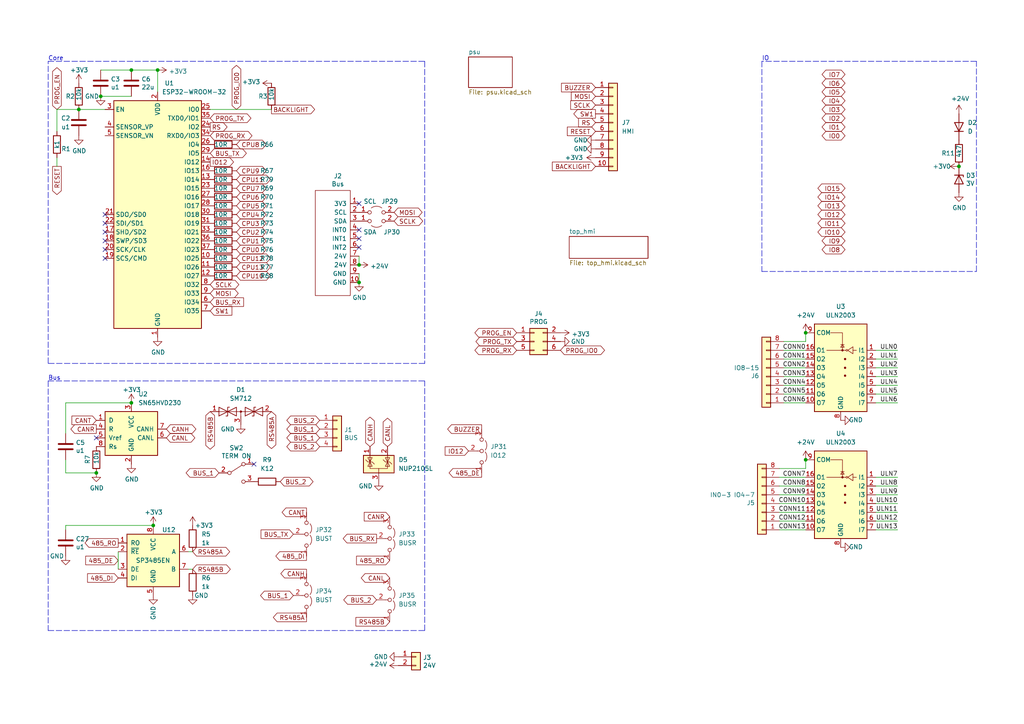
<source format=kicad_sch>
(kicad_sch (version 20211123) (generator eeschema)
  (paper "A4")
  (junction (at 476.25 54.61))
  (junction (at 37.465 234.315))
  (junction (at 233.68 96.52))
  (junction (at 369.57 87.63))
  (junction (at 44.45 152.4))
  (junction (at 22.86 31.75))
  (junction (at 328.93 162.56))
  (junction (at 37.465 241.935))
  (junction (at 436.88 125.73))
  (junction (at 104.775 249.555))
  (junction (at 369.57 162.56))
  (junction (at 433.07 54.61))
  (junction (at 69.215 235.585))
  (junction (at 104.775 264.795))
  (junction (at 500.38 87.63))
  (junction (at 84.455 225.425))
  (junction (at 45.72 20.32))
  (junction (at 29.21 27.94))
  (junction (at 102.235 222.885))
  (junction (at 46.99 234.315))
  (junction (at 438.15 90.17))
  (junction (at 328.93 199.39))
  (junction (at 38.1 116.84))
  (junction (at 328.93 87.63))
  (junction (at 104.14 81.915))
  (junction (at 471.17 162.56))
  (junction (at 328.93 124.46))
  (junction (at 496.57 125.73))
  (junction (at 104.14 76.835))
  (junction (at 37.465 249.555))
  (junction (at 38.1 20.32))
  (junction (at 278.13 48.26))
  (junction (at 233.68 133.35))
  (junction (at 69.215 216.535))
  (junction (at 27.94 137.16))
  (junction (at 22.225 234.315))
  (junction (at 369.57 124.46))
  (no_connect (at 104.14 71.755))
  (no_connect (at 104.14 69.215))
  (no_connect (at 104.14 66.675))
  (no_connect (at 30.48 67.31))
  (no_connect (at 104.14 59.055))
  (no_connect (at 27.94 127))
  (no_connect (at 30.48 72.39))
  (no_connect (at 30.48 69.85))
  (no_connect (at 585.47 231.14))
  (no_connect (at 73.66 134.62))
  (no_connect (at 30.48 74.93))
  (no_connect (at 30.48 64.77))
  (no_connect (at 504.19 231.14))
  (no_connect (at 30.48 62.23))
  (wire (pts (xy 19.05 234.315) (xy 22.225 234.315)))
  (wire (pts (xy 433.07 54.61) (xy 441.96 54.61)))
  (wire (pts (xy 254 146.05) (xy 260.35 146.05)))
  (wire (pts (xy 311.15 100.33) (xy 341.63 100.33)))
  (wire (pts (xy 45.72 20.32) (xy 45.72 26.67)))
  (wire (pts (xy 104.14 74.295) (xy 104.14 76.835)))
  (polyline (pts (xy 13.97 110.49) (xy 123.19 110.49)))
  (wire (pts (xy 29.21 27.94) (xy 38.1 27.94)))
  (wire (pts (xy 461.01 162.56) (xy 463.55 162.56)))
  (wire (pts (xy 478.79 138.43) (xy 509.27 138.43)))
  (wire (pts (xy 84.455 227.965) (xy 84.455 225.425)))
  (wire (pts (xy 55.88 160.02) (xy 54.61 160.02)))
  (wire (pts (xy 60.96 31.75) (xy 78.74 31.75)))
  (wire (pts (xy 233.68 99.06) (xy 233.68 96.52)))
  (wire (pts (xy 328.93 87.63) (xy 337.82 87.63)))
  (wire (pts (xy 328.93 124.46) (xy 337.82 124.46)))
  (wire (pts (xy 104.775 249.555) (xy 114.935 249.555)))
  (polyline (pts (xy 13.97 110.49) (xy 13.97 182.88)))
  (wire (pts (xy 86.995 222.885) (xy 86.995 216.535)))
  (wire (pts (xy 37.465 249.555) (xy 46.99 249.555)))
  (wire (pts (xy 254 116.84) (xy 260.35 116.84)))
  (wire (pts (xy 227.33 109.22) (xy 233.68 109.22)))
  (wire (pts (xy 254 140.97) (xy 260.35 140.97)))
  (wire (pts (xy 328.93 199.39) (xy 337.82 199.39)))
  (wire (pts (xy 328.93 162.56) (xy 337.82 162.56)))
  (wire (pts (xy 227.33 99.06) (xy 233.68 99.06)))
  (wire (pts (xy 351.79 137.16) (xy 382.27 137.16)))
  (wire (pts (xy 369.57 124.46) (xy 378.46 124.46)))
  (wire (pts (xy 378.46 130.81) (xy 378.46 124.46)))
  (polyline (pts (xy 283.21 78.74) (xy 283.21 17.78)))
  (wire (pts (xy 378.46 93.98) (xy 378.46 87.63)))
  (wire (pts (xy 471.17 162.56) (xy 480.06 162.56)))
  (polyline (pts (xy 123.19 17.78) (xy 123.19 105.41)))
  (polyline (pts (xy 123.19 105.41) (xy 13.97 105.41)))
  (wire (pts (xy 227.33 114.3) (xy 233.68 114.3)))
  (wire (pts (xy 254 138.43) (xy 260.35 138.43)))
  (wire (pts (xy 419.1 138.43) (xy 449.58 138.43)))
  (wire (pts (xy 29.845 241.935) (xy 37.465 241.935)))
  (wire (pts (xy 254 106.68) (xy 260.35 106.68)))
  (wire (pts (xy 104.775 264.795) (xy 114.935 264.795)))
  (wire (pts (xy 427.99 90.17) (xy 430.53 90.17)))
  (wire (pts (xy 227.33 104.14) (xy 233.68 104.14)))
  (wire (pts (xy 102.87 225.425) (xy 102.87 235.585)))
  (wire (pts (xy 458.47 67.31) (xy 488.95 67.31)))
  (wire (pts (xy 254 109.22) (xy 260.35 109.22)))
  (wire (pts (xy 318.77 199.39) (xy 321.31 199.39)))
  (wire (pts (xy 19.05 133.35) (xy 19.05 137.16)))
  (wire (pts (xy 254 114.3) (xy 260.35 114.3)))
  (wire (pts (xy 311.15 212.09) (xy 341.63 212.09)))
  (wire (pts (xy 69.215 216.535) (xy 69.215 222.885)))
  (wire (pts (xy 102.87 225.425) (xy 111.125 225.425)))
  (wire (pts (xy 415.29 67.31) (xy 445.77 67.31)))
  (wire (pts (xy 226.06 148.59) (xy 233.68 148.59)))
  (wire (pts (xy 318.77 87.63) (xy 321.31 87.63)))
  (wire (pts (xy 445.77 132.08) (xy 445.77 125.73)))
  (wire (pts (xy 337.82 130.81) (xy 337.82 124.46)))
  (polyline (pts (xy 13.97 17.78) (xy 123.19 17.78)))
  (wire (pts (xy 22.225 249.555) (xy 37.465 249.555)))
  (wire (pts (xy 61.595 216.535) (xy 61.595 219.075)))
  (wire (pts (xy 226.06 151.13) (xy 233.68 151.13)))
  (wire (pts (xy 359.41 124.46) (xy 361.95 124.46)))
  (wire (pts (xy 318.77 124.46) (xy 321.31 124.46)))
  (polyline (pts (xy 283.21 17.78) (xy 220.98 17.78)))
  (wire (pts (xy 233.68 135.89) (xy 233.68 133.35)))
  (wire (pts (xy 114.935 264.795) (xy 114.935 260.985)))
  (wire (pts (xy 16.51 31.75) (xy 22.86 31.75)))
  (wire (pts (xy 441.96 60.96) (xy 441.96 54.61)))
  (wire (pts (xy 227.33 111.76) (xy 233.68 111.76)))
  (wire (pts (xy 311.15 175.26) (xy 341.63 175.26)))
  (polyline (pts (xy 13.97 182.88) (xy 123.19 182.88)))
  (wire (pts (xy 254 148.59) (xy 260.35 148.59)))
  (polyline (pts (xy 220.98 78.74) (xy 283.21 78.74)))
  (wire (pts (xy 378.46 168.91) (xy 378.46 162.56)))
  (wire (pts (xy 254 153.67) (xy 260.35 153.67)))
  (wire (pts (xy 438.15 90.17) (xy 447.04 90.17)))
  (wire (pts (xy 84.455 216.535) (xy 76.835 216.535)))
  (wire (pts (xy 453.39 175.26) (xy 483.87 175.26)))
  (wire (pts (xy 226.06 153.67) (xy 233.68 153.67)))
  (polyline (pts (xy 123.19 182.88) (xy 123.19 110.49)))
  (wire (pts (xy 34.29 160.02) (xy 34.29 165.1)))
  (wire (pts (xy 19.05 137.16) (xy 27.94 137.16)))
  (wire (pts (xy 447.04 96.52) (xy 447.04 90.17)))
  (wire (pts (xy 369.57 87.63) (xy 378.46 87.63)))
  (wire (pts (xy 226.06 140.97) (xy 233.68 140.97)))
  (wire (pts (xy 16.51 31.75) (xy 16.51 38.1)))
  (wire (pts (xy 254 143.51) (xy 260.35 143.51)))
  (wire (pts (xy 505.46 132.08) (xy 505.46 125.73)))
  (wire (pts (xy 19.05 125.73) (xy 19.05 116.84)))
  (wire (pts (xy 254 151.13) (xy 260.35 151.13)))
  (wire (pts (xy 46.99 234.315) (xy 37.465 234.315)))
  (wire (pts (xy 102.87 235.585) (xy 69.215 235.585)))
  (wire (pts (xy 226.06 135.89) (xy 233.68 135.89)))
  (wire (pts (xy 22.225 234.315) (xy 22.225 241.935)))
  (wire (pts (xy 359.41 87.63) (xy 361.95 87.63)))
  (wire (pts (xy 351.79 175.26) (xy 382.27 175.26)))
  (wire (pts (xy 226.06 146.05) (xy 233.68 146.05)))
  (wire (pts (xy 227.33 106.68) (xy 233.68 106.68)))
  (wire (pts (xy 318.77 162.56) (xy 321.31 162.56)))
  (wire (pts (xy 102.235 222.885) (xy 111.125 222.885)))
  (wire (pts (xy 46.99 241.935) (xy 46.99 234.315)))
  (wire (pts (xy 420.37 102.87) (xy 450.85 102.87)))
  (wire (pts (xy 466.09 54.61) (xy 468.63 54.61)))
  (wire (pts (xy 485.14 60.96) (xy 485.14 54.61)))
  (wire (pts (xy 254 104.14) (xy 260.35 104.14)))
  (wire (pts (xy 38.1 20.32) (xy 45.72 20.32)))
  (polyline (pts (xy 13.97 105.41) (xy 13.97 17.78)))
  (wire (pts (xy 86.995 227.965) (xy 84.455 227.965)))
  (wire (pts (xy 337.82 205.74) (xy 337.82 199.39)))
  (wire (pts (xy 422.91 54.61) (xy 425.45 54.61)))
  (wire (pts (xy 337.82 168.91) (xy 337.82 162.56)))
  (wire (pts (xy 436.88 125.73) (xy 445.77 125.73)))
  (wire (pts (xy 102.235 216.535) (xy 102.235 222.885)))
  (wire (pts (xy 482.6 100.33) (xy 513.08 100.33)))
  (wire (pts (xy 254 101.6) (xy 260.35 101.6)))
  (wire (pts (xy 86.995 216.535) (xy 102.235 216.535)))
  (wire (pts (xy 486.41 125.73) (xy 488.95 125.73)))
  (wire (pts (xy 254 111.76) (xy 260.35 111.76)))
  (wire (pts (xy 226.06 138.43) (xy 233.68 138.43)))
  (wire (pts (xy 480.06 168.91) (xy 480.06 162.56)))
  (wire (pts (xy 54.61 165.1) (xy 55.88 165.1)))
  (wire (pts (xy 84.455 225.425) (xy 84.455 216.535)))
  (wire (pts (xy 337.82 93.98) (xy 337.82 87.63)))
  (wire (pts (xy 369.57 162.56) (xy 378.46 162.56)))
  (wire (pts (xy 426.72 125.73) (xy 429.26 125.73)))
  (wire (pts (xy 114.935 249.555) (xy 114.935 253.365)))
  (wire (pts (xy 351.79 100.33) (xy 382.27 100.33)))
  (wire (pts (xy 102.235 222.885) (xy 102.235 225.425)))
  (wire (pts (xy 104.14 79.375) (xy 104.14 81.915)))
  (wire (pts (xy 311.15 137.16) (xy 341.63 137.16)))
  (wire (pts (xy 500.38 87.63) (xy 509.27 87.63)))
  (wire (pts (xy 509.27 93.98) (xy 509.27 87.63)))
  (wire (pts (xy 476.25 54.61) (xy 485.14 54.61)))
  (wire (pts (xy 19.05 153.67) (xy 19.05 152.4)))
  (wire (pts (xy 227.33 101.6) (xy 233.68 101.6)))
  (wire (pts (xy 496.57 125.73) (xy 505.46 125.73)))
  (wire (pts (xy 19.05 152.4) (xy 44.45 152.4)))
  (wire (pts (xy 227.33 116.84) (xy 233.68 116.84)))
  (wire (pts (xy 226.06 143.51) (xy 233.68 143.51)))
  (wire (pts (xy 16.51 45.72) (xy 16.51 48.26)))
  (polyline (pts (xy 220.98 17.78) (xy 220.98 78.74)))
  (wire (pts (xy 22.86 31.75) (xy 30.48 31.75)))
  (wire (pts (xy 29.21 20.32) (xy 38.1 20.32)))
  (wire (pts (xy 490.22 87.63) (xy 492.76 87.63)))
  (wire (pts (xy 359.41 162.56) (xy 361.95 162.56)))
  (wire (pts (xy 19.05 116.84) (xy 38.1 116.84)))
  (text "Core" (at 13.97 17.78 0) (effects (font (size 1.27 1.27)) (justify left bottom)))
  (text "IO" (at 220.98 17.78 0) (effects (font (size 1.27 1.27)) (justify left bottom)))
  (text "Bus" (at 13.97 110.49 0) (effects (font (size 1.27 1.27)) (justify left bottom)))
  (label "CONN6" (at 233.68 116.84 180))
  (label "ULN4" (at 260.35 111.76 180))
  (label "CONN8" (at 454.66 60.96 180))
  (label "CONN12" (at 233.68 151.13 180))
  (label "CPU5" (at 382.27 175.26 0))
  (label "PROT1" (at 476.25 232.41 0))
  (label "CONN5" (at 347.98 168.91 180))
  (label "CONN9" (at 416.56 96.52 180))
  (label "PROT3" (at 361.95 124.46 90))
  (label "CPU3" (at 375.285 274.32 180))
  (label "CPU0" (at 330.2 276.225 180))
  (label "PROT5" (at 529.59 231.14 0))
  (label "ULN7" (at 441.96 73.66 180))
  (label "CONN10" (at 478.79 93.98 180))
  (label "ULN3" (at 378.46 143.51 180))
  (label "CPU8" (at 488.95 67.31 0))
  (label "ULN7" (at 260.35 138.43 180))
  (label "ULN3" (at 260.35 109.22 180))
  (label "ULN6" (at 337.82 218.44 180))
  (label "CPU7" (at 445.77 67.31 0))
  (label "CONN13" (at 449.58 168.91 180))
  (label "ULN1" (at 260.35 104.14 180))
  (label "CONN5" (at 233.68 114.3 180))
  (label "PROT4" (at 529.59 226.06 0))
  (label "PROT5" (at 361.95 162.56 90))
  (label "CPU2" (at 355.6 276.225 0))
  (label "ULN10" (at 260.35 146.05 180))
  (label "PROT7" (at 570.23 226.06 0))
  (label "CPU4" (at 375.285 279.4 180))
  (label "ULN4" (at 337.82 181.61 180))
  (label "CPU11" (at 485.775 274.955 0))
  (label "PROT8" (at 570.23 231.14 0))
  (label "ULN8" (at 260.35 140.97 180))
  (label "CONN1" (at 233.68 104.14 180))
  (label "PROT4" (at 321.31 162.56 90))
  (label "CONN4" (at 233.68 111.76 180))
  (label "PROT8" (at 468.63 54.61 90))
  (label "CONN6" (at 307.34 205.74 180))
  (label "PROT11" (at 610.87 226.06 0))
  (label "PROT0" (at 476.25 227.33 0))
  (label "ULN6" (at 260.35 116.84 180))
  (label "ULN10" (at 509.27 106.68 180))
  (label "ULN11" (at 445.77 144.78 180))
  (label "PROT6" (at 321.31 199.39 90))
  (label "CONN12" (at 474.98 132.08 180))
  (label "PROT10" (at 544.83 231.14 180))
  (label "CONN2" (at 307.34 130.81 180))
  (label "PROT1" (at 361.95 87.63 90))
  (label "PROT9" (at 544.83 226.06 180))
  (label "ULN8" (at 485.14 73.66 180))
  (label "CPU12" (at 460.375 274.955 180))
  (label "CPU9" (at 412.115 280.035 180))
  (label "CPU4" (at 341.63 175.26 0))
  (label "ULN12" (at 505.46 144.78 180))
  (label "ULN5" (at 378.46 181.61 180))
  (label "ULN12" (at 260.35 151.13 180))
  (label "PROT11" (at 429.26 125.73 90))
  (label "PROT12" (at 610.87 231.14 0))
  (label "CONN3" (at 233.68 109.22 180))
  (label "CONN7" (at 411.48 60.96 180))
  (label "CPU11" (at 449.58 138.43 0))
  (label "PROT6" (at 504.19 226.06 180))
  (label "ULN13" (at 260.35 153.67 180))
  (label "CPU10" (at 513.08 100.33 0))
  (label "ULN9" (at 260.35 143.51 180))
  (label "PROT12" (at 488.95 125.73 90))
  (label "CPU1" (at 330.2 281.305 180))
  (label "ULN0" (at 337.82 106.68 180))
  (label "CONN9" (at 233.68 143.51 180))
  (label "CONN8" (at 233.68 140.97 180))
  (label "CPU6" (at 400.685 274.32 0))
  (label "CONN7" (at 233.68 138.43 180))
  (label "PROT7" (at 425.45 54.61 90))
  (label "CONN10" (at 233.68 146.05 180))
  (label "CONN11" (at 415.29 132.08 180))
  (label "CONN2" (at 233.68 106.68 180))
  (label "PROT13" (at 463.55 162.56 90))
  (label "CONN4" (at 307.34 168.91 180))
  (label "ULN5" (at 260.35 114.3 180))
  (label "PROT13" (at 585.47 226.06 180))
  (label "ULN9" (at 447.04 109.22 180))
  (label "CPU6" (at 341.63 212.09 0))
  (label "CPU13" (at 483.87 175.26 0))
  (label "PROT9" (at 430.53 90.17 90))
  (label "CPU10" (at 485.775 280.035 0))
  (label "PROT0" (at 321.31 87.63 90))
  (label "CPU9" (at 450.85 102.87 0))
  (label "CONN0" (at 307.34 93.98 180))
  (label "CONN3" (at 347.98 130.81 180))
  (label "ULN11" (at 260.35 148.59 180))
  (label "CONN11" (at 233.68 148.59 180))
  (label "CPU0" (at 341.63 100.33 0))
  (label "ULN1" (at 378.46 106.68 180))
  (label "PROT3" (at 450.85 232.41 180))
  (label "CPU2" (at 341.63 137.16 0))
  (label "PROT2" (at 450.85 227.33 180))
  (label "CONN1" (at 347.98 93.98 180))
  (label "CPU3" (at 382.27 137.16 0))
  (label "ULN13" (at 480.06 181.61 180))
  (label "CPU7" (at 437.515 280.035 0))
  (label "PROT2" (at 321.31 124.46 90))
  (label "CONN0" (at 233.68 101.6 180))
  (label "ULN2" (at 260.35 106.68 180))
  (label "CPU5" (at 400.685 279.4 0))
  (label "PROT10" (at 492.76 87.63 90))
  (label "CPU13" (at 460.375 280.035 180))
  (label "ULN0" (at 260.35 101.6 180))
  (label "CONN13" (at 233.68 153.67 180))
  (label "CPU1" (at 382.27 100.33 0))
  (label "CPU8" (at 437.515 274.955 0))
  (label "CPU12" (at 509.27 138.43 0))
  (label "ULN2" (at 337.82 143.51 180))
  (global_label "CPU13" (shape bidirectional) (at 68.58 77.47 0) (property "Intersheet References" "${INTERSHEET_REFS}" (effects hide)))
  (global_label "BUS_2" (shape bidirectional) (at 109.22 173.99 180) (property "Intersheet References" "${INTERSHEET_REFS}" (effects hide)))
  (global_label "RS485A" (shape output) (at 88.9 179.07 180) (property "Intersheet References" "${INTERSHEET_REFS}" (effects hide)))
  (global_label "CANH" (shape output) (at 88.9 166.37 180) (property "Intersheet References" "${INTERSHEET_REFS}" (effects hide)))
  (global_label "RS485A" (shape bidirectional) (at 55.88 160.02 0) (property "Intersheet References" "${INTERSHEET_REFS}" (effects hide)))
  (global_label "IO3" (shape bidirectional) (at 245.11 31.75 180) (property "Intersheet References" "${INTERSHEET_REFS}" (effects hide)))
  (global_label "IO15" (shape bidirectional) (at 245.11 54.61 180) (property "Intersheet References" "${INTERSHEET_REFS}" (effects hide)))
  (global_label "BUS_2" (shape bidirectional) (at 81.28 139.7 0) (property "Intersheet References" "${INTERSHEET_REFS}" (effects hide)))
  (global_label "RS485B" (shape input) (at 113.03 180.34 180) (property "Intersheet References" "${INTERSHEET_REFS}" (effects hide)))
  (global_label "IO12" (shape output) (at 60.96 46.99 0) (property "Intersheet References" "${INTERSHEET_REFS}" (effects hide)))
  (global_label "CPU12" (shape bidirectional) (at 68.58 74.93 0) (property "Intersheet References" "${INTERSHEET_REFS}" (effects hide)))
  (global_label "485_DE" (shape input) (at 34.29 162.56 180) (property "Intersheet References" "${INTERSHEET_REFS}" (effects hide)))
  (global_label "PROG_EN" (shape bidirectional) (at 16.51 31.75 90) (property "Intersheet References" "${INTERSHEET_REFS}" (effects hide)))
  (global_label "SCLK" (shape bidirectional) (at 114.3 64.135 0) (property "Intersheet References" "${INTERSHEET_REFS}" (effects hide)))
  (global_label "BUS_1" (shape bidirectional) (at 85.09 172.72 180) (property "Intersheet References" "${INTERSHEET_REFS}" (effects hide)))
  (global_label "BUS_TX" (shape bidirectional) (at 60.96 44.45 0) (property "Intersheet References" "${INTERSHEET_REFS}" (effects hide)))
  (global_label "SCLK" (shape bidirectional) (at 60.96 82.55 0) (property "Intersheet References" "${INTERSHEET_REFS}" (effects hide)))
  (global_label "PROG_IO0" (shape bidirectional) (at 162.56 101.6 0) (property "Intersheet References" "${INTERSHEET_REFS}" (effects hide)))
  (global_label "BUS_2" (shape bidirectional) (at 92.71 121.92 180) (property "Intersheet References" "${INTERSHEET_REFS}" (effects hide)))
  (global_label "BUS_2" (shape bidirectional) (at 92.71 129.54 180) (property "Intersheet References" "${INTERSHEET_REFS}" (effects hide)))
  (global_label "RS485B" (shape bidirectional) (at 55.88 165.1 0) (property "Intersheet References" "${INTERSHEET_REFS}" (effects hide)))
  (global_label "MOSI" (shape input) (at 172.72 27.94 180) (property "Intersheet References" "${INTERSHEET_REFS}" (effects hide)))
  (global_label "PROG_RX" (shape bidirectional) (at 149.86 101.6 180) (property "Intersheet References" "${INTERSHEET_REFS}" (effects hide)))
  (global_label "IO6" (shape bidirectional) (at 245.11 24.13 180) (property "Intersheet References" "${INTERSHEET_REFS}" (effects hide)))
  (global_label "RESET" (shape output) (at 16.51 48.26 270) (property "Intersheet References" "${INTERSHEET_REFS}" (effects hide)))
  (global_label "SCLK" (shape input) (at 172.72 30.48 180) (property "Intersheet References" "${INTERSHEET_REFS}" (effects hide)))
  (global_label "IO14" (shape bidirectional) (at 245.11 57.15 180) (property "Intersheet References" "${INTERSHEET_REFS}" (effects hide)))
  (global_label "CPU10" (shape bidirectional) (at 68.58 80.01 0) (property "Intersheet References" "${INTERSHEET_REFS}" (effects hide)))
  (global_label "485_RO" (shape output) (at 34.29 157.48 180) (property "Intersheet References" "${INTERSHEET_REFS}" (effects hide)))
  (global_label "CANR" (shape input) (at 113.03 149.86 180) (property "Intersheet References" "${INTERSHEET_REFS}" (effects hide)))
  (global_label "RESET" (shape input) (at 172.72 38.1 180) (property "Intersheet References" "${INTERSHEET_REFS}" (effects hide)))
  (global_label "PROG_TX" (shape bidirectional) (at 60.96 34.29 0) (property "Intersheet References" "${INTERSHEET_REFS}" (effects hide)))
  (global_label "CPU3" (shape bidirectional) (at 68.58 64.77 0) (property "Intersheet References" "${INTERSHEET_REFS}" (effects hide)))
  (global_label "BUS_RX" (shape input) (at 60.96 87.63 0) (property "Intersheet References" "${INTERSHEET_REFS}" (effects hide)))
  (global_label "IO10" (shape bidirectional) (at 245.11 67.31 180) (property "Intersheet References" "${INTERSHEET_REFS}" (effects hide)))
  (global_label "SW1" (shape input) (at 60.96 90.17 0) (property "Intersheet References" "${INTERSHEET_REFS}" (effects hide)))
  (global_label "IO9" (shape bidirectional) (at 245.11 69.85 180) (property "Intersheet References" "${INTERSHEET_REFS}" (effects hide)))
  (global_label "BUS_1" (shape bidirectional) (at 92.71 124.46 180) (property "Intersheet References" "${INTERSHEET_REFS}" (effects hide)))
  (global_label "CANT" (shape input) (at 27.94 121.92 180) (property "Intersheet References" "${INTERSHEET_REFS}" (effects hide)))
  (global_label "CPU2" (shape bidirectional) (at 68.58 67.31 0) (property "Intersheet References" "${INTERSHEET_REFS}" (effects hide)))
  (global_label "CPU8" (shape bidirectional) (at 68.58 41.91 0) (property "Intersheet References" "${INTERSHEET_REFS}" (effects hide)))
  (global_label "CPU6" (shape bidirectional) (at 68.58 57.15 0) (property "Intersheet References" "${INTERSHEET_REFS}" (effects hide)))
  (global_label "CPU13" (shape bidirectional) (at 69.215 227.965 180) (property "Intersheet References" "${INTERSHEET_REFS}" (effects hide)))
  (global_label "BUS_1" (shape bidirectional) (at 63.5 137.16 180) (property "Intersheet References" "${INTERSHEET_REFS}" (effects hide)))
  (global_label "BUS_RX" (shape output) (at 109.22 156.21 180) (property "Intersheet References" "${INTERSHEET_REFS}" (effects hide)))
  (global_label "IO2" (shape bidirectional) (at 245.11 34.29 180) (property "Intersheet References" "${INTERSHEET_REFS}" (effects hide)))
  (global_label "BACKLIGHT" (shape output) (at 78.74 31.75 0) (property "Intersheet References" "${INTERSHEET_REFS}" (effects hide)))
  (global_label "MOSI" (shape bidirectional) (at 60.96 85.09 0) (property "Intersheet References" "${INTERSHEET_REFS}" (effects hide)))
  (global_label "485_DI" (shape output) (at 88.9 161.29 180) (property "Intersheet References" "${INTERSHEET_REFS}" (effects hide)))
  (global_label "SW1" (shape output) (at 172.72 33.02 180) (property "Intersheet References" "${INTERSHEET_REFS}" (effects hide)))
  (global_label "IO0" (shape bidirectional) (at 245.11 39.37 180) (property "Intersheet References" "${INTERSHEET_REFS}" (effects hide)))
  (global_label "CANL" (shape bidirectional) (at 48.26 127 0) (property "Intersheet References" "${INTERSHEET_REFS}" (effects hide)))
  (global_label "CANT" (shape output) (at 88.9 148.59 180) (property "Intersheet References" "${INTERSHEET_REFS}" (effects hide)))
  (global_label "MOSI" (shape bidirectional) (at 114.3 61.595 0) (property "Intersheet References" "${INTERSHEET_REFS}" (effects hide)))
  (global_label "IO5" (shape bidirectional) (at 245.11 26.67 180) (property "Intersheet References" "${INTERSHEET_REFS}" (effects hide)))
  (global_label "IO11" (shape bidirectional) (at 245.11 64.77 180) (property "Intersheet References" "${INTERSHEET_REFS}" (effects hide)))
  (global_label "IO12" (shape input) (at 135.89 130.81 180) (property "Intersheet References" "${INTERSHEET_REFS}" (effects hide)))
  (global_label "CPU9" (shape bidirectional) (at 68.58 49.53 0) (property "Intersheet References" "${INTERSHEET_REFS}" (effects hide)))
  (global_label "BACKLIGHT" (shape input) (at 172.72 48.26 180) (property "Intersheet References" "${INTERSHEET_REFS}" (effects hide)))
  (global_label "IO1" (shape bidirectional) (at 245.11 36.83 180) (property "Intersheet References" "${INTERSHEET_REFS}" (effects hide)))
  (global_label "CANR" (shape output) (at 27.94 124.46 180) (property "Intersheet References" "${INTERSHEET_REFS}" (effects hide)))
  (global_label "CPU0" (shape bidirectional) (at 68.58 72.39 0) (property "Intersheet References" "${INTERSHEET_REFS}" (effects hide)))
  (global_label "RS" (shape input) (at 172.72 35.56 180) (property "Intersheet References" "${INTERSHEET_REFS}" (effects hide)))
  (global_label "IO13" (shape bidirectional) (at 245.11 59.69 180) (property "Intersheet References" "${INTERSHEET_REFS}" (effects hide)))
  (global_label "BUS_TX" (shape input) (at 85.09 154.94 180) (property "Intersheet References" "${INTERSHEET_REFS}" (effects hide)))
  (global_label "CPU5" (shape bidirectional) (at 68.58 59.69 0) (property "Intersheet References" "${INTERSHEET_REFS}" (effects hide)))
  (global_label "RS" (shape output) (at 60.96 36.83 0) (property "Intersheet References" "${INTERSHEET_REFS}" (effects hide)))
  (global_label "RS485A" (shape bidirectional) (at 78.74 119.38 270) (property "Intersheet References" "${INTERSHEET_REFS}" (effects hide)))
  (global_label "485_RO" (shape input) (at 113.03 162.56 180) (property "Intersheet References" "${INTERSHEET_REFS}" (effects hide)))
  (global_label "PROG_RX" (shape bidirectional) (at 60.96 39.37 0) (property "Intersheet References" "${INTERSHEET_REFS}" (effects hide)))
  (global_label "CANL" (shape bidirectional) (at 112.395 129.54 90) (property "Intersheet References" "${INTERSHEET_REFS}" (effects hide)))
  (global_label "BUZZER" (shape output) (at 139.7 124.46 180) (property "Intersheet References" "${INTERSHEET_REFS}" (effects hide)))
  (global_label "CANL" (shape bidirectional) (at 113.03 167.64 180) (property "Intersheet References" "${INTERSHEET_REFS}" (effects hide)))
  (global_label "PROG_EN" (shape bidirectional) (at 149.86 96.52 180) (property "Intersheet References" "${INTERSHEET_REFS}" (effects hide)))
  (global_label "CPU11" (shape bidirectional) (at 68.58 52.07 0) (property "Intersheet References" "${INTERSHEET_REFS}" (effects hide)))
  (global_label "IO8" (shape bidirectional) (at 245.11 72.39 180) (property "Intersheet References" "${INTERSHEET_REFS}" (effects hide)))
  (global_label "CANH" (shape bidirectional) (at 48.26 124.46 0) (property "Intersheet References" "${INTERSHEET_REFS}" (effects hide)))
  (global_label "CPU7" (shape bidirectional) (at 68.58 54.61 0) (property "Intersheet References" "${INTERSHEET_REFS}" (effects hide)))
  (global_label "PROG_IO0" (shape bidirectional) (at 68.58 31.75 90) (property "Intersheet References" "${INTERSHEET_REFS}" (effects hide)))
  (global_label "PROG_TX" (shape bidirectional) (at 149.86 99.06 180) (property "Intersheet References" "${INTERSHEET_REFS}" (effects hide)))
  (global_label "RS485B" (shape bidirectional) (at 60.96 119.38 270) (property "Intersheet References" "${INTERSHEET_REFS}" (effects hide)))
  (global_label "IO7" (shape bidirectional) (at 245.11 21.59 180) (property "Intersheet References" "${INTERSHEET_REFS}" (effects hide)))
  (global_label "IO12" (shape bidirectional) (at 245.11 62.23 180) (property "Intersheet References" "${INTERSHEET_REFS}" (effects hide)))
  (global_label "BUZZER" (shape input) (at 172.72 25.4 180) (property "Intersheet References" "${INTERSHEET_REFS}" (effects hide)))
  (global_label "BUS_1" (shape bidirectional) (at 92.71 127 180) (property "Intersheet References" "${INTERSHEET_REFS}" (effects hide)))
  (global_label "CPU4" (shape bidirectional) (at 68.58 62.23 0) (property "Intersheet References" "${INTERSHEET_REFS}" (effects hide)))
  (global_label "CANH" (shape bidirectional) (at 107.315 129.54 90) (property "Intersheet References" "${INTERSHEET_REFS}" (effects hide)))
  (global_label "485_DE" (shape output) (at 139.7 137.16 180) (property "Intersheet References" "${INTERSHEET_REFS}" (effects hide)))
  (global_label "IO4" (shape bidirectional) (at 245.11 29.21 180) (property "Intersheet References" "${INTERSHEET_REFS}" (effects hide)))
  (global_label "CPU1" (shape bidirectional) (at 68.58 69.85 0) (property "Intersheet References" "${INTERSHEET_REFS}" (effects hide)))
  (global_label "485_DI" (shape input) (at 34.29 167.64 180) (property "Intersheet References" "${INTERSHEET_REFS}" (effects hide)))
  (symbol (lib_id "Device:C") (at 38.1 24.13 0) (unit 1)
    (property "Reference" "C6" (at 41.021 22.9616 0) (effects (justify left)))
    (property "Value" "22u" (at 41.021 25.273 0) (effects (justify left)))
    (property "Footprint" "Capacitor_SMD:C_0603_1608Metric" (effects hide))
  )
  (symbol (lib_id "Device:C") (at 29.21 24.13 0) (unit 1)
    (property "Reference" "C3" (at 32.131 22.9616 0) (effects (justify left)))
    (property "Value" "u1" (at 32.131 25.273 0) (effects (justify left)))
    (property "Footprint" "Capacitor_SMD:C_0603_1608Metric" (effects hide))
  )
  (symbol (lib_id "Device:C") (at 22.86 35.56 0) (unit 1)
    (property "Reference" "C2" (at 19.05 34.29 0))
    (property "Value" "u1" (at 19.05 36.83 0))
    (property "Footprint" "Capacitor_SMD:C_0603_1608Metric" (effects hide))
  )
  (symbol (lib_id "Device:R") (at 22.86 27.94 180) (unit 1)
    (property "Reference" "R2" (at 19.05 27.94 0) (effects (justify right)))
    (property "Value" "10k" (at 22.86 29.21 90) (effects (justify right)))
    (property "Footprint" "Resistor_SMD:R_0603_1608Metric" (effects hide))
  )
  (symbol (lib_id "power:+3V3") (at 45.72 20.32 270) (unit 1)
    (property "Reference" "#PWR07" (effects hide))
    (property "Value" "+3V3" (at 48.9712 20.701 90) (effects (justify left)))
  )
  (symbol (lib_id "power:GND") (at 29.21 27.94 0) (unit 1)
    (property "Reference" "#PWR03" (effects hide))
    (property "Value" "GND" (at 26.67 27.94 0))
  )
  (symbol (lib_id "Connector_Generic:Conn_01x08") (at 220.98 146.05 180) (unit 1)
    (property "Reference" "J5" (at 218.948 145.8468 0) (effects (justify left)))
    (property "Value" "IN0-3 IO4-7" (at 218.948 143.5354 0) (effects (justify left)))
    (property "Footprint" "liebler_CONN:PhoenixContact_MC_0,5_8-G-2.5_1x08_P2.50mm_Horizontal" (effects hide))
  )
  (symbol (lib_id "Connector_Generic:Conn_01x08") (at 222.25 109.22 180) (unit 1)
    (property "Reference" "J6" (at 220.218 109.0168 0) (effects (justify left)))
    (property "Value" "IO8-15" (at 220.218 106.7054 0) (effects (justify left)))
    (property "Footprint" "liebler_CONN:PhoenixContact_MC_0,5_8-G-2.5_1x08_P2.50mm_Horizontal" (effects hide))
  )
  (symbol (lib_id "power:GND") (at 115.57 190.5 270) (unit 1)
    (property "Reference" "#PWR016" (effects hide))
    (property "Value" "GND" (at 110.49 190.5 90))
  )
  (symbol (lib_id "Device:R") (at 27.94 133.35 180) (unit 1)
    (property "Reference" "R7" (at 25.4 134.62 90) (effects (justify right)))
    (property "Value" "10k" (at 27.94 134.62 90) (effects (justify right)))
    (property "Footprint" "Resistor_SMD:R_0402_1005Metric" (effects hide))
  )
  (symbol (lib_id "power:GND") (at 27.94 137.16 0) (unit 1)
    (property "Reference" "#PWR022" (effects hide))
    (property "Value" "GND" (at 28.067 141.5542 0))
  )
  (symbol (lib_id "Device:D_Zener") (at 278.13 52.07 270) (unit 1)
    (property "Reference" "D3" (at 280.162 50.9016 90) (effects (justify left)))
    (property "Value" "3V" (at 280.162 53.213 90) (effects (justify left)))
    (property "Footprint" "Diode_SMD:D_SOD-123" (effects hide))
  )
  (symbol (lib_id "power:GND") (at 278.13 55.88 0) (unit 1)
    (property "Reference" "#PWR033" (effects hide))
    (property "Value" "GND" (at 278.257 60.2742 0))
  )
  (symbol (lib_id "Device:R") (at 278.13 44.45 180) (unit 1)
    (property "Reference" "R11" (at 273.05 44.45 0) (effects (justify right)))
    (property "Value" "4k7" (at 278.13 45.72 90) (effects (justify right)))
    (property "Footprint" "Resistor_SMD:R_0603_1608Metric" (effects hide))
  )
  (symbol (lib_id "power:GND") (at 45.72 97.79 0) (unit 1)
    (property "Reference" "#PWR08" (effects hide))
    (property "Value" "GND" (at 45.847 102.1842 0))
  )
  (symbol (lib_id "power:+24V") (at 278.13 33.02 0) (unit 1)
    (property "Reference" "#PWR031" (effects hide))
    (property "Value" "+24V" (at 278.511 28.6258 0))
  )
  (symbol (lib_id "Device:R") (at 78.74 27.94 180) (unit 1)
    (property "Reference" "R3" (at 74.93 27.94 0) (effects (justify right)))
    (property "Value" "10k" (at 78.74 29.21 90) (effects (justify right)))
    (property "Footprint" "Resistor_SMD:R_0603_1608Metric" (effects hide))
  )
  (symbol (lib_id "power:+3V3") (at 78.74 24.13 90) (unit 1)
    (property "Reference" "#PWR013" (effects hide))
    (property "Value" "+3V3" (at 75.4888 23.749 90) (effects (justify left)))
  )
  (symbol (lib_id "sensact:SensactBusConnector") (at 96.52 70.485 0) (unit 1)
    (property "Reference" "J2" (at 97.9932 51.054 0))
    (property "Value" "Bus" (at 97.9932 53.3654 0))
    (property "Footprint" "Connector_IDC:IDC-Header_2x05_P2.54mm_Horizontal" (effects hide))
  )
  (symbol (lib_id "power:GND") (at 104.14 81.915 0) (unit 1)
    (property "Reference" "#PWR019" (effects hide))
    (property "Value" "GND" (at 104.267 86.3092 0))
  )
  (symbol (lib_id "power:+24V") (at 104.14 76.835 270) (unit 1)
    (property "Reference" "#PWR018" (effects hide))
    (property "Value" "+24V" (at 107.3912 77.216 90) (effects (justify left)))
  )
  (symbol (lib_id "Device:C") (at 19.05 129.54 0) (unit 1)
    (property "Reference" "C5" (at 21.971 128.3716 0) (effects (justify left)))
    (property "Value" "u1" (at 21.971 130.683 0) (effects (justify left)))
    (property "Footprint" "Capacitor_SMD:C_0402_1005Metric" (effects hide))
  )
  (symbol (lib_id "power:+24V") (at 115.57 193.04 90) (unit 1)
    (property "Reference" "#PWR017" (effects hide))
    (property "Value" "+24V" (at 112.3188 192.659 90) (effects (justify left)))
  )
  (symbol (lib_id "Connector_Generic:Conn_02x03_Odd_Even") (at 154.94 99.06 0) (unit 1)
    (property "Reference" "J4" (at 156.21 91.0082 0))
    (property "Value" "PROG" (at 156.21 93.3196 0))
    (property "Footprint" "liebler_CONN:IDC_2x03_P1.27mm_Vertical" (effects hide))
  )
  (symbol (lib_id "power:GND") (at 162.56 99.06 90) (unit 1)
    (property "Reference" "#PWR026" (effects hide))
    (property "Value" "GND" (at 167.64 99.06 90))
  )
  (symbol (lib_id "power:+3V3") (at 162.56 96.52 270) (unit 1)
    (property "Reference" "#PWR025" (effects hide))
    (property "Value" "+3V3" (at 165.8112 96.901 90) (effects (justify left)))
  )
  (symbol (lib_id "Device:R") (at 16.51 41.91 180) (unit 1)
    (property "Reference" "R1" (at 17.78 43.18 0) (effects (justify right)))
    (property "Value" "k1" (at 16.51 43.18 90) (effects (justify right)))
    (property "Footprint" "Resistor_SMD:R_0603_1608Metric" (effects hide))
  )
  (symbol (lib_id "power:GND") (at 22.86 39.37 0) (unit 1)
    (property "Reference" "#PWR04" (effects hide))
    (property "Value" "GND" (at 22.987 43.7642 0))
  )
  (symbol (lib_id "Connector_Generic:Conn_01x02") (at 120.65 190.5 0) (unit 1)
    (property "Reference" "J3" (at 122.682 190.7032 0) (effects (justify left)))
    (property "Value" "24V" (at 122.682 193.0146 0) (effects (justify left)))
    (property "Footprint" "Connector_Phoenix_MC:PhoenixContact_MC_1,5_2-G-3.5_1x02_P3.50mm_Horizontal" (effects hide))
  )
  (symbol (lib_id "Connector_Generic:Conn_01x04") (at 97.79 124.46 0) (unit 1)
    (property "Reference" "J1" (at 99.822 124.6632 0) (effects (justify left)))
    (property "Value" "BUS" (at 99.822 126.9746 0) (effects (justify left)))
    (property "Footprint" "Connector_Phoenix_MC:PhoenixContact_MC_1,5_4-G-3.5_1x04_P3.50mm_Horizontal" (effects hide))
  )
  (symbol (lib_id "power:GND") (at 38.1 134.62 0) (unit 1)
    (property "Reference" "#PWR010" (effects hide))
    (property "Value" "GND" (at 38.227 139.0142 0))
  )
  (symbol (lib_id "power:+3V3") (at 38.1 116.84 0) (unit 1)
    (property "Reference" "#PWR09" (effects hide))
    (property "Value" "+3V3" (at 35.56 113.03 0) (effects (justify left)))
  )
  (symbol (lib_id "Device:R") (at 433.07 125.73 270) (unit 1)
    (property "Reference" "R49" (at 433.07 123.19 90))
    (property "Value" "k1" (at 433.07 125.73 90))
    (property "Footprint" "Resistor_SMD:R_0603_1608Metric" (effects hide))
  )
  (symbol (lib_id "Power_Protection:SRV05-4") (at 557.53 228.6 0) (unit 1)
    (property "Reference" "U8" (at 560.2987 213.36 0) (effects (justify left)))
    (property "Value" "SRV05-4" (at 560.2987 215.9 0) (effects (justify left)))
    (property "Footprint" "liebler_SEMICONDUCTORS:SOT-23-6-spezial" (effects hide))
    (property "Datasheet" "http://www.onsemi.com/pub/Collateral/SRV05-4-D.PDF" (effects hide))
  )
  (symbol (lib_id "Device:R") (at 64.77 72.39 270) (unit 1)
    (property "Reference" "R76" (at 79.375 72.39 90) (effects (justify right)))
    (property "Value" "10R" (at 66.04 72.39 90) (effects (justify right)))
    (property "Footprint" "Resistor_SMD:R_0603_1608Metric" (effects hide))
  )
  (symbol (lib_id "Jumper:Jumper_2_Open") (at 109.22 64.135 0) (mirror x) (unit 1)
    (property "Reference" "JP30" (at 113.665 67.31 0))
    (property "Value" "SDA" (at 107.315 67.31 0))
    (property "Footprint" "Jumper:SolderJumper-2_P1.3mm_Open_RoundedPad1.0x1.5mm" (effects hide))
  )
  (symbol (lib_id "Device:R") (at 64.77 57.15 270) (unit 1)
    (property "Reference" "R70" (at 79.375 57.15 90) (effects (justify right)))
    (property "Value" "10R" (at 66.04 57.15 90) (effects (justify right)))
    (property "Footprint" "Resistor_SMD:R_0603_1608Metric" (effects hide))
  )
  (symbol (lib_id "Device:R") (at 422.91 125.73 270) (unit 1)
    (property "Reference" "R46" (at 424.18 123.19 90) (effects (justify right)))
    (property "Value" "10R" (at 422.91 125.73 90))
    (property "Footprint" "Resistor_SMD:R_0603_1608Metric" (effects hide))
  )
  (symbol (lib_id "Device:R") (at 365.76 124.46 270) (unit 1)
    (property "Reference" "R29" (at 365.76 121.92 90))
    (property "Value" "k1" (at 365.76 124.46 90))
    (property "Footprint" "Resistor_SMD:R_0603_1608Metric" (effects hide))
  )
  (symbol (lib_id "Jumper:Jumper_3_Open") (at 509.27 100.33 90) (unit 1)
    (property "Reference" "JP21" (at 506.73 99.0599 90) (effects (justify left)))
    (property "Value" "OUT_IN0" (at 506.73 101.5999 90) (effects (justify left)))
    (property "Footprint" "Jumper:SolderJumper-3_P1.3mm_Open_RoundedPad1.0x1.5mm" (effects hide))
  )
  (symbol (lib_id "Device:R") (at 355.6 162.56 270) (unit 1)
    (property "Reference" "R26" (at 356.87 160.02 90) (effects (justify right)))
    (property "Value" "10R" (at 355.6 162.56 90))
    (property "Footprint" "Resistor_SMD:R_0603_1608Metric" (effects hide))
  )
  (symbol (lib_id "Device:R") (at 73.025 216.535 270) (unit 1)
    (property "Reference" "R63" (at 73.025 213.995 90))
    (property "Value" "22k" (at 73.025 216.535 90))
    (property "Footprint" "Resistor_SMD:R_0402_1005Metric" (effects hide))
    (property "Option" "Sound only" (effects hide))
  )
  (symbol (lib_id "power:GND") (at 328.93 207.01 0) (unit 1)
    (property "Reference" "#PWR041" (effects hide))
    (property "Value" "GND" (at 326.39 207.01 0))
  )
  (symbol (lib_id "power:+3V3") (at 496.57 118.11 0) (unit 1)
    (property "Reference" "#PWR054" (effects hide))
    (property "Value" "+3V3" (at 496.951 113.7158 0))
  )
  (symbol (lib_id "Regulator_Linear:LM317_TO-252") (at 29.845 234.315 0) (unit 1)
    (property "Reference" "U11" (at 29.845 227.33 0))
    (property "Value" "LM317_TO-252" (at 29.845 229.87 0))
    (property "Footprint" "Package_TO_SOT_SMD:TO-252-2" (effects hide))
    (property "Datasheet" "http://www.ti.com/lit/ds/snvs774n/snvs774n.pdf" (effects hide))
  )
  (symbol (lib_id "power:GND") (at 496.57 133.35 0) (unit 1)
    (property "Reference" "#PWR055" (effects hide))
    (property "Value" "GND" (at 494.03 133.35 0))
  )
  (symbol (lib_id "Device:R") (at 64.77 77.47 270) (unit 1)
    (property "Reference" "R77" (at 79.375 77.47 90) (effects (justify right)))
    (property "Value" "10R" (at 66.04 77.47 90) (effects (justify right)))
    (property "Footprint" "Resistor_SMD:R_0603_1608Metric" (effects hide))
  )
  (symbol (lib_id "Device:R") (at 369.57 120.65 180) (unit 1)
    (property "Reference" "R33" (at 372.11 120.65 90))
    (property "Value" "10k" (at 369.57 120.65 90))
    (property "Footprint" "Resistor_SMD:R_0603_1608Metric" (effects hide))
  )
  (symbol (lib_id "Diode:SM712_SOT23") (at 69.85 119.38 0) (unit 1)
    (property "Reference" "D1" (at 69.85 113.03 0))
    (property "Value" "SM712" (at 69.85 115.57 0))
    (property "Footprint" "Package_TO_SOT_SMD:SOT-23_Handsoldering" (effects hide))
    (property "Datasheet" "https://www.littelfuse.com/~/media/electronics/datasheets/tvs_diode_arrays/littelfuse_tvs_diode_array_sm712_datasheet.pdf.pdf" (effects hide))
  )
  (symbol (lib_id "Device:R") (at 365.76 162.56 270) (unit 1)
    (property "Reference" "R30" (at 365.76 160.02 90))
    (property "Value" "k1" (at 365.76 162.56 90))
    (property "Footprint" "Resistor_SMD:R_0603_1608Metric" (effects hide))
  )
  (symbol (lib_id "Transistor_Array:ULN2003") (at 243.84 106.68 0) (mirror y) (unit 1)
    (property "Reference" "U3" (at 243.84 88.9 0))
    (property "Value" "ULN2003" (at 243.84 91.44 0))
    (property "Footprint" "Package_SO:SOP-16_3.9x9.9mm_P1.27mm" (effects hide))
    (property "Datasheet" "http://www.ti.com/lit/ds/symlink/uln2003a.pdf" (effects hide))
  )
  (symbol (lib_id "Device:R") (at 64.77 52.07 270) (unit 1)
    (property "Reference" "R79" (at 79.375 52.07 90) (effects (justify right)))
    (property "Value" "10R" (at 66.04 52.07 90) (effects (justify right)))
    (property "Footprint" "Resistor_SMD:R_0603_1608Metric" (effects hide))
  )
  (symbol (lib_id "Device:R") (at 419.1 54.61 270) (unit 1)
    (property "Reference" "R27" (at 420.37 52.07 90) (effects (justify right)))
    (property "Value" "10R" (at 419.1 54.61 90))
    (property "Footprint" "Resistor_SMD:R_0603_1608Metric" (effects hide))
  )
  (symbol (lib_id "Device:C") (at 19.05 157.48 180) (unit 1)
    (property "Reference" "C27" (at 21.971 156.3116 0) (effects (justify right)))
    (property "Value" "u1" (at 21.971 158.623 0) (effects (justify right)))
    (property "Footprint" "Capacitor_SMD:C_0402_1005Metric" (effects hide))
  )
  (symbol (lib_id "Amplifier_Operational:LM358") (at 94.615 225.425 0) (mirror x) (unit 2)
    (property "Reference" "U5" (at 94.615 220.345 0))
    (property "Value" "LM358" (at 95.885 230.505 0))
    (property "Footprint" "Package_SO:SOIC-8_3.9x4.9mm_P1.27mm" (effects hide))
    (property "Datasheet" "http://www.ti.com/lit/ds/symlink/lm2904-n.pdf" (effects hide))
  )
  (symbol (lib_id "Device:R") (at 472.44 54.61 270) (unit 1)
    (property "Reference" "R39" (at 472.44 52.07 90))
    (property "Value" "k1" (at 472.44 54.61 90))
    (property "Footprint" "Resistor_SMD:R_0603_1608Metric" (effects hide))
  )
  (symbol (lib_id "Device:R") (at 314.96 124.46 270) (unit 1)
    (property "Reference" "R13" (at 316.23 121.92 90) (effects (justify right)))
    (property "Value" "10R" (at 314.96 124.46 90))
    (property "Footprint" "Resistor_SMD:R_0603_1608Metric" (effects hide))
  )
  (symbol (lib_id "Device:R") (at 328.93 120.65 180) (unit 1)
    (property "Reference" "R21" (at 331.47 120.65 90))
    (property "Value" "10k" (at 328.93 120.65 90))
    (property "Footprint" "Resistor_SMD:R_0603_1608Metric" (effects hide))
  )
  (symbol (lib_id "Jumper:Jumper_3_Open") (at 419.1 132.08 270) (mirror x) (unit 1)
    (property "Reference" "JP24" (at 421.64 130.8099 90) (effects (justify left)))
    (property "Value" "OUT_IN0" (at 421.64 133.3499 90) (effects (justify left)))
    (property "Footprint" "Jumper:SolderJumper-3_P1.3mm_Open_RoundedPad1.0x1.5mm" (effects hide))
  )
  (symbol (lib_id "Device:C") (at 369.57 128.27 0) (unit 1)
    (property "Reference" "C12" (at 372.491 127.1016 0) (effects (justify left)))
    (property "Value" "u1" (at 372.491 129.413 0) (effects (justify left)))
    (property "Footprint" "Capacitor_SMD:C_0603_1608Metric" (effects hide))
  )
  (symbol (lib_id "power:+3V0") (at 516.89 215.9 0) (unit 1)
    (property "Reference" "#PWR080" (effects hide))
    (property "Value" "+3V0" (at 516.89 210.82 0))
  )
  (symbol (lib_id "Device:R") (at 496.57 87.63 270) (unit 1)
    (property "Reference" "R40" (at 496.57 85.09 90))
    (property "Value" "k1" (at 496.57 87.63 90))
    (property "Footprint" "Resistor_SMD:R_0603_1608Metric" (effects hide))
  )
  (symbol (lib_id "Device:R") (at 314.96 199.39 270) (unit 1)
    (property "Reference" "R15" (at 316.23 196.85 90) (effects (justify right)))
    (property "Value" "10R" (at 314.96 199.39 90))
    (property "Footprint" "Resistor_SMD:R_0603_1608Metric" (effects hide))
  )
  (symbol (lib_id "RF_Module:ESP32-WROOM-32") (at 45.72 62.23 0) (unit 1)
    (property "Reference" "U1" (at 47.7394 24.13 0) (effects (justify left)))
    (property "Value" "ESP32-WROOM-32" (at 46.99 26.67 0) (effects (justify left)))
    (property "Footprint" "RF_Module:ESP32-WROOM-32" (effects hide))
    (property "Datasheet" "https://www.espressif.com/sites/default/files/documentation/esp32-wroom-32_datasheet_en.pdf" (effects hide))
  )
  (symbol (lib_id "Device:R") (at 457.2 162.56 270) (unit 1)
    (property "Reference" "R47" (at 458.47 160.02 90) (effects (justify right)))
    (property "Value" "10R" (at 457.2 162.56 90))
    (property "Footprint" "Resistor_SMD:R_0603_1608Metric" (effects hide))
  )
  (symbol (lib_id "Device:C") (at 436.88 129.54 0) (unit 1)
    (property "Reference" "C19" (at 439.801 128.3716 0) (effects (justify left)))
    (property "Value" "u1" (at 439.801 130.683 0) (effects (justify left)))
    (property "Footprint" "Capacitor_SMD:C_0603_1608Metric" (effects hide))
  )
  (symbol (lib_id "Jumper:Jumper_3_Open") (at 415.29 60.96 270) (mirror x) (unit 1)
    (property "Reference" "JP12" (at 417.83 59.6899 90) (effects (justify left)))
    (property "Value" "OUT_IN0" (at 417.83 62.2299 90) (effects (justify left)))
    (property "Footprint" "Jumper:SolderJumper-3_P1.3mm_Open_RoundedPad1.0x1.5mm" (effects hide))
  )
  (symbol (lib_id "Device:R") (at 314.96 162.56 270) (unit 1)
    (property "Reference" "R14" (at 316.23 160.02 90) (effects (justify right)))
    (property "Value" "10R" (at 314.96 162.56 90))
    (property "Footprint" "Resistor_SMD:R_0603_1608Metric" (effects hide))
  )
  (symbol (lib_id "power:+24V") (at 233.68 96.52 0) (unit 1)
    (property "Reference" "#PWR027" (effects hide))
    (property "Value" "+24V" (at 233.68 91.44 0))
  )
  (symbol (lib_id "Device:R") (at 64.77 59.69 270) (unit 1)
    (property "Reference" "R71" (at 79.375 59.69 90) (effects (justify right)))
    (property "Value" "10R" (at 66.04 59.69 90) (effects (justify right)))
    (property "Footprint" "Resistor_SMD:R_0603_1608Metric" (effects hide))
  )
  (symbol (lib_id "Jumper:Jumper_3_Open") (at 337.82 137.16 90) (unit 1)
    (property "Reference" "JP6" (at 335.28 135.8899 90) (effects (justify left)))
    (property "Value" "OUT_IN0" (at 335.28 138.4299 90) (effects (justify left)))
    (property "Footprint" "Jumper:SolderJumper-3_P1.3mm_Open_RoundedPad1.0x1.5mm" (effects hide))
  )
  (symbol (lib_id "Device:R") (at 37.465 238.125 180) (unit 1)
    (property "Reference" "R64" (at 39.37 236.8549 0) (effects (justify right)))
    (property "Value" "K24" (at 39.37 239.3949 0) (effects (justify right)))
    (property "Footprint" "Resistor_SMD:R_0603_1608Metric" (effects hide))
  )
  (symbol (lib_id "power:GND") (at 436.88 133.35 0) (unit 1)
    (property "Reference" "#PWR061" (effects hide))
    (property "Value" "GND" (at 434.34 133.35 0))
  )
  (symbol (lib_id "power:+3V3") (at 438.15 82.55 0) (unit 1)
    (property "Reference" "#PWR058" (effects hide))
    (property "Value" "+3V3" (at 438.531 78.1558 0))
  )
  (symbol (lib_id "power:+3V3") (at 22.86 24.13 0) (unit 1)
    (property "Reference" "#PWR01" (effects hide))
    (property "Value" "+3V3" (at 20.32 20.32 0) (effects (justify left)))
  )
  (symbol (lib_id "Device:R") (at 467.36 162.56 270) (unit 1)
    (property "Reference" "R50" (at 467.36 160.02 90))
    (property "Value" "k1" (at 467.36 162.56 90))
    (property "Footprint" "Resistor_SMD:R_0603_1608Metric" (effects hide))
  )
  (symbol (lib_id "power:GND") (at 369.57 95.25 0) (unit 1)
    (property "Reference" "#PWR043" (effects hide))
    (property "Value" "GND" (at 367.03 95.25 0))
  )
  (symbol (lib_id "Amplifier_Operational:LM358") (at 76.835 225.425 0) (mirror x) (unit 1)
    (property "Reference" "U5" (at 76.835 220.345 0))
    (property "Value" "LM358" (at 76.835 230.505 0))
    (property "Footprint" "Package_SO:SOIC-8_3.9x4.9mm_P1.27mm" (effects hide))
    (property "Datasheet" "http://www.ti.com/lit/ds/symlink/lm2904-n.pdf" (effects hide))
  )
  (symbol (lib_id "Device:R") (at 355.6 87.63 270) (unit 1)
    (property "Reference" "R24" (at 356.87 85.09 90) (effects (justify right)))
    (property "Value" "10R" (at 355.6 87.63 90))
    (property "Footprint" "Resistor_SMD:R_0603_1608Metric" (effects hide))
  )
  (symbol (lib_id "power:+3V3") (at 369.57 116.84 0) (unit 1)
    (property "Reference" "#PWR044" (effects hide))
    (property "Value" "+3V3" (at 369.951 112.4458 0))
  )
  (symbol (lib_id "Jumper:Jumper_3_Open") (at 445.77 138.43 90) (unit 1)
    (property "Reference" "JP27" (at 443.23 137.1599 90) (effects (justify left)))
    (property "Value" "OUT_IN0" (at 443.23 139.6999 90) (effects (justify left)))
    (property "Footprint" "Jumper:SolderJumper-3_P1.3mm_Open_RoundedPad1.0x1.5mm" (effects hide))
  )
  (symbol (lib_id "Device:R") (at 369.57 83.82 180) (unit 1)
    (property "Reference" "R32" (at 372.11 83.82 90))
    (property "Value" "10k" (at 369.57 83.82 90))
    (property "Footprint" "Resistor_SMD:R_0603_1608Metric" (effects hide))
  )
  (symbol (lib_id "power:GND") (at 243.84 158.75 90) (unit 1)
    (property "Reference" "#PWR030" (effects hide))
    (property "Value" "GND" (at 248.2342 158.623 90))
  )
  (symbol (lib_id "Jumper:Jumper_3_Open") (at 453.39 168.91 270) (mirror x) (unit 1)
    (property "Reference" "JP25" (at 455.93 167.6399 90) (effects (justify left)))
    (property "Value" "OUT_IN0" (at 455.93 170.1799 90) (effects (justify left)))
    (property "Footprint" "Jumper:SolderJumper-3_P1.3mm_Open_RoundedPad1.0x1.5mm" (effects hide))
  )
  (symbol (lib_id "Power_Protection:SRV05-4") (at 473.075 277.495 0) (unit 1)
    (property "Reference" "U16" (at 475.8437 262.255 0) (effects (justify left)))
    (property "Value" "SRV05-4" (at 475.8437 264.795 0) (effects (justify left)))
    (property "Footprint" "liebler_SEMICONDUCTORS:SOT-23-6-spezial" (effects hide))
    (property "Datasheet" "http://www.onsemi.com/pub/Collateral/SRV05-4-D.PDF" (effects hide))
  )
  (symbol (lib_id "power:+3V3") (at 172.72 45.72 90) (unit 1)
    (property "Reference" "#PWR06" (effects hide))
    (property "Value" "+3V3" (at 163.83 45.72 90) (effects (justify right)))
  )
  (symbol (lib_id "Power_Protection:SRV05-4") (at 598.17 228.6 0) (unit 1)
    (property "Reference" "U9" (at 600.9387 213.36 0) (effects (justify left)))
    (property "Value" "SRV05-4" (at 600.9387 215.9 0) (effects (justify left)))
    (property "Footprint" "liebler_SEMICONDUCTORS:SOT-23-6-spezial" (effects hide))
    (property "Datasheet" "http://www.onsemi.com/pub/Collateral/SRV05-4-D.PDF" (effects hide))
  )
  (symbol (lib_id "power:+3V3") (at 500.38 80.01 0) (unit 1)
    (property "Reference" "#PWR052" (effects hide))
    (property "Value" "+3V3" (at 500.761 75.6158 0))
  )
  (symbol (lib_id "power:+3V0") (at 473.075 264.795 0) (unit 1)
    (property "Reference" "#PWR0107" (effects hide))
    (property "Value" "+3V0" (at 473.075 259.715 0))
  )
  (symbol (lib_id "Device:R") (at 55.88 156.21 180) (unit 1)
    (property "Reference" "R5" (at 58.42 154.9399 0) (effects (justify right)))
    (property "Value" "1k" (at 58.42 157.4799 0) (effects (justify right)))
    (property "Footprint" "Resistor_SMD:R_0603_1608Metric" (effects hide))
  )
  (symbol (lib_id "power:GND") (at 557.53 241.3 0) (unit 1)
    (property "Reference" "#PWR069" (effects hide))
    (property "Value" "GND" (at 554.99 241.3 0))
  )
  (symbol (lib_id "power:+15V") (at 46.99 234.315 0) (unit 1)
    (property "Reference" "#PWR084" (effects hide))
    (property "Value" "+15V" (at 46.99 228.6 0))
  )
  (symbol (lib_id "Jumper:Jumper_3_Open") (at 482.6 93.98 270) (mirror x) (unit 1)
    (property "Reference" "JP18" (at 485.14 92.7099 90) (effects (justify left)))
    (property "Value" "OUT_IN0" (at 485.14 95.2499 90) (effects (justify left)))
    (property "Footprint" "Jumper:SolderJumper-3_P1.3mm_Open_RoundedPad1.0x1.5mm" (effects hide))
  )
  (symbol (lib_id "Device:R") (at 424.18 90.17 270) (unit 1)
    (property "Reference" "R45" (at 425.45 87.63 90) (effects (justify right)))
    (property "Value" "10R" (at 424.18 90.17 90))
    (property "Footprint" "Resistor_SMD:R_0603_1608Metric" (effects hide))
  )
  (symbol (lib_id "power:GND") (at 598.17 241.3 0) (unit 1)
    (property "Reference" "#PWR0102" (effects hide))
    (property "Value" "GND" (at 595.63 241.3 0))
  )
  (symbol (lib_id "Device:C") (at 328.93 203.2 0) (unit 1)
    (property "Reference" "C10" (at 331.851 202.0316 0) (effects (justify left)))
    (property "Value" "u1" (at 331.851 204.343 0) (effects (justify left)))
    (property "Footprint" "Capacitor_SMD:C_0603_1608Metric" (effects hide))
  )
  (symbol (lib_id "Device:C") (at 328.93 128.27 0) (unit 1)
    (property "Reference" "C8" (at 331.851 127.1016 0) (effects (justify left)))
    (property "Value" "u1" (at 331.851 129.413 0) (effects (justify left)))
    (property "Footprint" "Capacitor_SMD:C_0603_1608Metric" (effects hide))
  )
  (symbol (lib_id "Device:R") (at 64.77 41.91 270) (unit 1)
    (property "Reference" "R66" (at 79.375 41.91 90) (effects (justify right)))
    (property "Value" "10R" (at 66.04 41.91 90) (effects (justify right)))
    (property "Footprint" "Resistor_SMD:R_0603_1608Metric" (effects hide))
  )
  (symbol (lib_id "Device:R") (at 64.77 54.61 270) (unit 1)
    (property "Reference" "R69" (at 79.375 54.61 90) (effects (justify right)))
    (property "Value" "10R" (at 66.04 54.61 90) (effects (justify right)))
    (property "Footprint" "Resistor_SMD:R_0603_1608Metric" (effects hide))
  )
  (symbol (lib_id "power:+3V3") (at 476.25 46.99 0) (unit 1)
    (property "Reference" "#PWR050" (effects hide))
    (property "Value" "+3V3" (at 476.631 42.5958 0))
  )
  (symbol (lib_id "power:+3V3") (at 471.17 154.94 0) (unit 1)
    (property "Reference" "#PWR062" (effects hide))
    (property "Value" "+3V3" (at 471.551 150.5458 0))
  )
  (symbol (lib_id "Power_Protection:SRV05-4") (at 516.89 228.6 0) (unit 1)
    (property "Reference" "U7" (at 519.6587 213.36 0) (effects (justify left)))
    (property "Value" "SRV05-4" (at 519.6587 215.9 0) (effects (justify left)))
    (property "Footprint" "liebler_SEMICONDUCTORS:SOT-23-6-spezial" (effects hide))
    (property "Datasheet" "http://www.onsemi.com/pub/Collateral/SRV05-4-D.PDF" (effects hide))
  )
  (symbol (lib_id "power:GND") (at 342.9 291.465 0) (unit 1)
    (property "Reference" "#PWR0110" (effects hide))
    (property "Value" "GND" (at 340.36 291.465 0))
  )
  (symbol (lib_id "power:+3V0") (at 278.13 48.26 90) (unit 1)
    (property "Reference" "#PWR072" (effects hide))
    (property "Value" "+3V0" (at 270.51 48.26 90) (effects (justify right)))
  )
  (symbol (lib_id "power:+3V3") (at 328.93 80.01 0) (unit 1)
    (property "Reference" "#PWR034" (effects hide))
    (property "Value" "+3V3" (at 329.311 75.6158 0))
  )
  (symbol (lib_id "power:GND") (at 433.07 62.23 0) (unit 1)
    (property "Reference" "#PWR049" (effects hide))
    (property "Value" "GND" (at 430.53 62.23 0))
  )
  (symbol (lib_id "Device:R") (at 55.88 168.91 180) (unit 1)
    (property "Reference" "R6" (at 58.42 167.6399 0) (effects (justify right)))
    (property "Value" "1k" (at 58.42 170.1799 0) (effects (justify right)))
    (property "Footprint" "Resistor_SMD:R_0603_1608Metric" (effects hide))
  )
  (symbol (lib_id "Device:R") (at 438.15 86.36 180) (unit 1)
    (property "Reference" "R51" (at 440.69 86.36 90))
    (property "Value" "10k" (at 438.15 86.36 90))
    (property "Footprint" "Resistor_SMD:R_0603_1608Metric" (effects hide))
  )
  (symbol (lib_id "Device:R") (at 64.77 74.93 270) (unit 1)
    (property "Reference" "R78" (at 79.375 74.93 90) (effects (justify right)))
    (property "Value" "10R" (at 66.04 74.93 90) (effects (justify right)))
    (property "Footprint" "Resistor_SMD:R_0603_1608Metric" (effects hide))
  )
  (symbol (lib_id "Device:R") (at 64.77 67.31 270) (unit 1)
    (property "Reference" "R74" (at 79.375 67.31 90) (effects (justify right)))
    (property "Value" "10R" (at 66.04 67.31 90) (effects (justify right)))
    (property "Footprint" "Resistor_SMD:R_0603_1608Metric" (effects hide))
  )
  (symbol (lib_id "Jumper:Jumper_3_Open") (at 447.04 102.87 90) (unit 1)
    (property "Reference" "JP26" (at 444.5 101.5999 90) (effects (justify left)))
    (property "Value" "OUT_IN0" (at 444.5 104.1399 90) (effects (justify left)))
    (property "Footprint" "Jumper:SolderJumper-3_P1.3mm_Open_RoundedPad1.0x1.5mm" (effects hide))
  )
  (symbol (lib_id "Jumper:Jumper_3_Open") (at 420.37 96.52 270) (mirror x) (unit 1)
    (property "Reference" "JP23" (at 422.91 95.2499 90) (effects (justify left)))
    (property "Value" "OUT_IN0" (at 422.91 97.7899 90) (effects (justify left)))
    (property "Footprint" "Jumper:SolderJumper-3_P1.3mm_Open_RoundedPad1.0x1.5mm" (effects hide))
  )
  (symbol (lib_id "Device:R") (at 328.93 83.82 180) (unit 1)
    (property "Reference" "R20" (at 331.47 83.82 90))
    (property "Value" "10k" (at 328.93 83.82 90))
    (property "Footprint" "Resistor_SMD:R_0603_1608Metric" (effects hide))
  )
  (symbol (lib_id "Amplifier_Operational:LM358") (at 107.315 257.175 0) (unit 3)
    (property "Reference" "U5" (at 106.045 255.9049 0) (effects (justify left)))
    (property "Value" "LM358" (at 106.045 258.4449 0) (effects (justify left)))
    (property "Footprint" "Package_SO:SOIC-8_3.9x4.9mm_P1.27mm" (effects hide))
    (property "Datasheet" "http://www.ti.com/lit/ds/symlink/lm2904-n.pdf" (effects hide))
  )
  (symbol (lib_id "power:+15V") (at 104.775 249.555 0) (unit 1)
    (property "Reference" "#PWR085" (effects hide))
    (property "Value" "+15V" (at 104.775 243.84 0))
  )
  (symbol (lib_id "Jumper:Jumper_3_Open") (at 113.03 156.21 270) (mirror x) (unit 1)
    (property "Reference" "JP33" (at 115.57 154.9399 90) (effects (justify left)))
    (property "Value" "BUSR" (at 115.57 157.4799 90) (effects (justify left)))
    (property "Footprint" "Jumper:SolderJumper-3_P1.3mm_Open_RoundedPad1.0x1.5mm" (effects hide))
  )
  (symbol (lib_id "Device:R") (at 355.6 124.46 270) (unit 1)
    (property "Reference" "R25" (at 356.87 121.92 90) (effects (justify right)))
    (property "Value" "10R" (at 355.6 124.46 90))
    (property "Footprint" "Resistor_SMD:R_0603_1608Metric" (effects hide))
  )
  (symbol (lib_id "Jumper:Jumper_3_Open") (at 311.15 93.98 270) (mirror x) (unit 1)
    (property "Reference" "JP1" (at 313.69 92.7099 90) (effects (justify left)))
    (property "Value" "OUT_IN0" (at 313.69 95.2499 90) (effects (justify left)))
    (property "Footprint" "Jumper:SolderJumper-3_P1.3mm_Open_RoundedPad1.0x1.5mm" (effects hide))
  )
  (symbol (lib_id "Switch:SW_SPDT") (at 68.58 137.16 0) (unit 1)
    (property "Reference" "SW2" (at 68.58 129.921 0))
    (property "Value" "TERM ON" (at 68.58 132.2324 0))
    (property "Footprint" "liebler_MECH:SW_SPDT_PCM12_handsolder" (effects hide))
  )
  (symbol (lib_id "Device:R") (at 434.34 90.17 270) (unit 1)
    (property "Reference" "R48" (at 434.34 87.63 90))
    (property "Value" "k1" (at 434.34 90.17 90))
    (property "Footprint" "Resistor_SMD:R_0603_1608Metric" (effects hide))
  )
  (symbol (lib_id "Device:R") (at 462.28 54.61 270) (unit 1)
    (property "Reference" "R36" (at 463.55 52.07 90) (effects (justify right)))
    (property "Value" "10R" (at 462.28 54.61 90))
    (property "Footprint" "Resistor_SMD:R_0603_1608Metric" (effects hide))
  )
  (symbol (lib_id "Jumper:Jumper_3_Open") (at 378.46 137.16 90) (unit 1)
    (property "Reference" "JP14" (at 375.92 135.8899 90) (effects (justify left)))
    (property "Value" "OUT_IN0" (at 375.92 138.4299 90) (effects (justify left)))
    (property "Footprint" "Jumper:SolderJumper-3_P1.3mm_Open_RoundedPad1.0x1.5mm" (effects hide))
  )
  (symbol (lib_id "Jumper:Jumper_3_Open") (at 139.7 130.81 270) (mirror x) (unit 1)
    (property "Reference" "JP31" (at 142.24 129.5399 90) (effects (justify left)))
    (property "Value" "IO12" (at 142.24 132.0799 90) (effects (justify left)))
    (property "Footprint" "Jumper:SolderJumper-3_P1.3mm_Open_RoundedPad1.0x1.5mm" (effects hide))
  )
  (symbol (lib_id "power:GND") (at 476.25 62.23 0) (unit 1)
    (property "Reference" "#PWR051" (effects hide))
    (property "Value" "GND" (at 473.71 62.23 0))
  )
  (symbol (lib_id "power:+3V3") (at 433.07 46.99 0) (unit 1)
    (property "Reference" "#PWR048" (effects hide))
    (property "Value" "+3V3" (at 433.451 42.5958 0))
  )
  (symbol (lib_id "Jumper:Jumper_3_Open") (at 478.79 132.08 270) (mirror x) (unit 1)
    (property "Reference" "JP19" (at 481.33 130.8099 90) (effects (justify left)))
    (property "Value" "OUT_IN0" (at 481.33 133.3499 90) (effects (justify left)))
    (property "Footprint" "Jumper:SolderJumper-3_P1.3mm_Open_RoundedPad1.0x1.5mm" (effects hide))
  )
  (symbol (lib_id "Device:C") (at 328.93 166.37 0) (unit 1)
    (property "Reference" "C9" (at 331.851 165.2016 0) (effects (justify left)))
    (property "Value" "u1" (at 331.851 167.513 0) (effects (justify left)))
    (property "Footprint" "Capacitor_SMD:C_0603_1608Metric" (effects hide))
  )
  (symbol (lib_id "Device:R") (at 328.93 158.75 180) (unit 1)
    (property "Reference" "R22" (at 331.47 158.75 90))
    (property "Value" "10k" (at 328.93 158.75 90))
    (property "Footprint" "Resistor_SMD:R_0603_1608Metric" (effects hide))
  )
  (symbol (lib_id "Device:R") (at 365.76 87.63 270) (unit 1)
    (property "Reference" "R28" (at 365.76 85.09 90))
    (property "Value" "k1" (at 365.76 87.63 90))
    (property "Footprint" "Resistor_SMD:R_0603_1608Metric" (effects hide))
  )
  (symbol (lib_id "Jumper:Jumper_3_Open") (at 505.46 138.43 90) (unit 1)
    (property "Reference" "JP22" (at 502.92 137.1599 90) (effects (justify left)))
    (property "Value" "OUT_IN0" (at 502.92 139.6999 90) (effects (justify left)))
    (property "Footprint" "Jumper:SolderJumper-3_P1.3mm_Open_RoundedPad1.0x1.5mm" (effects hide))
  )
  (symbol (lib_id "power:GND") (at 387.985 289.56 0) (unit 1)
    (property "Reference" "#PWR0111" (effects hide))
    (property "Value" "GND" (at 385.445 289.56 0))
  )
  (symbol (lib_id "power:GND") (at 109.855 139.7 0) (unit 1)
    (property "Reference" "#PWR086" (effects hide))
    (property "Value" "GND" (at 106.045 140.97 0))
  )
  (symbol (lib_id "Jumper:Jumper_2_Open") (at 109.22 61.595 0) (unit 1)
    (property "Reference" "JP29" (at 113.03 58.42 0))
    (property "Value" "SCL" (at 107.315 58.42 0))
    (property "Footprint" "Jumper:SolderJumper-2_P1.3mm_Open_RoundedPad1.0x1.5mm" (effects hide))
  )
  (symbol (lib_id "Device:R") (at 37.465 245.745 180) (unit 1)
    (property "Reference" "R65" (at 39.37 244.4749 0) (effects (justify right)))
    (property "Value" "2K7" (at 39.37 247.0149 0) (effects (justify right)))
    (property "Footprint" "Resistor_SMD:R_0603_1608Metric" (effects hide))
  )
  (symbol (lib_id "Jumper:Jumper_3_Open") (at 441.96 67.31 90) (unit 1)
    (property "Reference" "JP16" (at 439.42 66.0399 90) (effects (justify left)))
    (property "Value" "OUT_IN0" (at 439.42 68.5799 90) (effects (justify left)))
    (property "Footprint" "Jumper:SolderJumper-3_P1.3mm_Open_RoundedPad1.0x1.5mm" (effects hide))
  )
  (symbol (lib_id "power:+3V3") (at 328.93 116.84 0) (unit 1)
    (property "Reference" "#PWR036" (effects hide))
    (property "Value" "+3V3" (at 329.311 112.4458 0))
  )
  (symbol (lib_id "Device:R") (at 328.93 195.58 180) (unit 1)
    (property "Reference" "R23" (at 331.47 195.58 90))
    (property "Value" "10k" (at 328.93 195.58 90))
    (property "Footprint" "Resistor_SMD:R_0603_1608Metric" (effects hide))
  )
  (symbol (lib_id "Jumper:Jumper_3_Open") (at 485.14 67.31 90) (unit 1)
    (property "Reference" "JP20" (at 482.6 66.0399 90) (effects (justify left)))
    (property "Value" "OUT_IN0" (at 482.6 68.5799 90) (effects (justify left)))
    (property "Footprint" "Jumper:SolderJumper-3_P1.3mm_Open_RoundedPad1.0x1.5mm" (effects hide))
  )
  (symbol (lib_id "Jumper:Jumper_3_Open") (at 337.82 175.26 90) (unit 1)
    (property "Reference" "JP7" (at 335.28 173.9899 90) (effects (justify left)))
    (property "Value" "OUT_IN0" (at 335.28 176.5299 90) (effects (justify left)))
    (property "Footprint" "Jumper:SolderJumper-3_P1.3mm_Open_RoundedPad1.0x1.5mm" (effects hide))
  )
  (symbol (lib_id "Device:R") (at 436.88 121.92 180) (unit 1)
    (property "Reference" "R52" (at 439.42 121.92 90))
    (property "Value" "10k" (at 436.88 121.92 90))
    (property "Footprint" "Resistor_SMD:R_0603_1608Metric" (effects hide))
  )
  (symbol (lib_id "power:GND") (at 473.075 290.195 0) (unit 1)
    (property "Reference" "#PWR0109" (effects hide))
    (property "Value" "GND" (at 470.535 290.195 0))
  )
  (symbol (lib_id "power:GND") (at 172.72 40.64 270) (unit 1)
    (property "Reference" "#PWR02" (effects hide))
    (property "Value" "GND" (at 166.37 40.64 90) (effects (justify left)))
  )
  (symbol (lib_id "Device:R") (at 64.77 62.23 270) (unit 1)
    (property "Reference" "R72" (at 79.375 62.23 90) (effects (justify right)))
    (property "Value" "10R" (at 66.04 62.23 90) (effects (justify right)))
    (property "Footprint" "Resistor_SMD:R_0603_1608Metric" (effects hide))
  )
  (symbol (lib_id "power:GND") (at 172.72 43.18 270) (unit 1)
    (property "Reference" "#PWR05" (effects hide))
    (property "Value" "GND" (at 166.37 43.18 90) (effects (justify left)))
  )
  (symbol (lib_id "power:GND") (at 369.57 170.18 0) (unit 1)
    (property "Reference" "#PWR047" (effects hide))
    (property "Value" "GND" (at 367.03 170.18 0))
  )
  (symbol (lib_id "Device:R") (at 325.12 87.63 270) (unit 1)
    (property "Reference" "R16" (at 325.12 85.09 90))
    (property "Value" "k1" (at 325.12 87.63 90))
    (property "Footprint" "Resistor_SMD:R_0603_1608Metric" (effects hide))
  )
  (symbol (lib_id "power:GND") (at 328.93 95.25 0) (unit 1)
    (property "Reference" "#PWR035" (effects hide))
    (property "Value" "GND" (at 326.39 95.25 0))
  )
  (symbol (lib_id "Device:R") (at 77.47 139.7 270) (unit 1)
    (property "Reference" "R9" (at 77.47 133.35 90))
    (property "Value" "K12" (at 77.47 135.89 90))
    (property "Footprint" "Resistor_SMD:R_0603_1608Metric" (effects hide))
  )
  (symbol (lib_id "power:GND") (at 463.55 242.57 0) (unit 1)
    (property "Reference" "#PWR065" (effects hide))
    (property "Value" "GND" (at 461.01 242.57 0))
  )
  (symbol (lib_id "Device:D") (at 278.13 36.83 90) (unit 1)
    (property "Reference" "D2" (at 280.67 35.5599 90) (effects (justify right)))
    (property "Value" "D" (at 280.67 38.0999 90) (effects (justify right)))
    (property "Footprint" "Diode_SMD:D_SOD-123" (effects hide))
  )
  (symbol (lib_id "Device:C") (at 46.99 245.745 180) (unit 1)
    (property "Reference" "C26" (at 49.911 244.5766 0) (effects (justify right)))
    (property "Value" "1u" (at 49.911 246.888 0) (effects (justify right)))
    (property "Footprint" "Capacitor_SMD:C_0402_1005Metric" (effects hide))
  )
  (symbol (lib_id "power:+3V0") (at 424.815 264.795 0) (unit 1)
    (property "Reference" "#PWR0106" (effects hide))
    (property "Value" "+3V0" (at 424.815 259.715 0))
  )
  (symbol (lib_id "Device:R") (at 486.41 87.63 270) (unit 1)
    (property "Reference" "R37" (at 487.68 85.09 90) (effects (justify right)))
    (property "Value" "10R" (at 486.41 87.63 90))
    (property "Footprint" "Resistor_SMD:R_0603_1608Metric" (effects hide))
  )
  (symbol (lib_id "Jumper:Jumper_3_Open") (at 311.15 168.91 270) (mirror x) (unit 1)
    (property "Reference" "JP3" (at 313.69 167.6399 90) (effects (justify left)))
    (property "Value" "OUT_IN0" (at 313.69 170.1799 90) (effects (justify left)))
    (property "Footprint" "Jumper:SolderJumper-3_P1.3mm_Open_RoundedPad1.0x1.5mm" (effects hide))
  )
  (symbol (lib_id "Jumper:Jumper_3_Open") (at 351.79 130.81 270) (mirror x) (unit 1)
    (property "Reference" "JP10" (at 354.33 129.5399 90) (effects (justify left)))
    (property "Value" "OUT_IN0" (at 354.33 132.0799 90) (effects (justify left)))
    (property "Footprint" "Jumper:SolderJumper-3_P1.3mm_Open_RoundedPad1.0x1.5mm" (effects hide))
  )
  (symbol (lib_id "power:+3V0") (at 387.985 264.16 0) (unit 1)
    (property "Reference" "#PWR0105" (effects hide))
    (property "Value" "+3V0" (at 387.985 259.08 0))
  )
  (symbol (lib_id "power:+3V0") (at 598.17 215.9 0) (unit 1)
    (property "Reference" "#PWR082" (effects hide))
    (property "Value" "+3V0" (at 598.17 210.82 0))
  )
  (symbol (lib_id "power:GND") (at 19.05 161.29 0) (unit 1)
    (property "Reference" "#PWR015" (effects hide))
    (property "Value" "GND" (at 16.51 161.29 0))
  )
  (symbol (lib_id "power:+3V3") (at 328.93 191.77 0) (unit 1)
    (property "Reference" "#PWR040" (effects hide))
    (property "Value" "+3V3" (at 329.311 187.3758 0))
  )
  (symbol (lib_id "power:GND") (at 424.815 290.195 0) (unit 1)
    (property "Reference" "#PWR0108" (effects hide))
    (property "Value" "GND" (at 422.275 290.195 0))
  )
  (symbol (lib_id "power:GND") (at 37.465 249.555 0) (unit 1)
    (property "Reference" "#PWR083" (effects hide))
    (property "Value" "GND" (at 37.592 253.9492 0))
  )
  (symbol (lib_id "power:GND") (at 104.775 264.795 0) (unit 1)
    (property "Reference" "#PWR068" (effects hide))
    (property "Value" "GND" (at 104.902 269.1892 0))
  )
  (symbol (lib_id "Device:R") (at 492.76 125.73 270) (unit 1)
    (property "Reference" "R41" (at 492.76 123.19 90))
    (property "Value" "k1" (at 492.76 125.73 90))
    (property "Footprint" "Resistor_SMD:R_0603_1608Metric" (effects hide))
  )
  (symbol (lib_id "power:GND") (at 328.93 132.08 0) (unit 1)
    (property "Reference" "#PWR037" (effects hide))
    (property "Value" "GND" (at 326.39 132.08 0))
  )
  (symbol (lib_id "power:+24V") (at 233.68 133.35 0) (unit 1)
    (property "Reference" "#PWR028" (effects hide))
    (property "Value" "+24V" (at 233.68 128.27 0))
  )
  (symbol (lib_id "Jumper:Jumper_3_Open") (at 337.82 100.33 90) (unit 1)
    (property "Reference" "JP5" (at 335.28 99.0599 90) (effects (justify left)))
    (property "Value" "OUT_IN0" (at 335.28 101.5999 90) (effects (justify left)))
    (property "Footprint" "Jumper:SolderJumper-3_P1.3mm_Open_RoundedPad1.0x1.5mm" (effects hide))
  )
  (symbol (lib_id "power:GND") (at 61.595 219.075 0) (unit 1)
    (property "Reference" "#PWR014" (effects hide))
    (property "Value" "GND" (at 61.722 223.4692 0))
  )
  (symbol (lib_id "Device:R") (at 69.215 231.775 180) (unit 1)
    (property "Reference" "R62" (at 66.675 231.775 90))
    (property "Value" "10k" (at 69.215 231.775 90))
    (property "Footprint" "Resistor_SMD:R_0402_1005Metric" (effects hide))
  )
  (symbol (lib_id "Power_Protection:SRV05-4") (at 342.9 278.765 0) (unit 1)
    (property "Reference" "U13" (at 345.6687 263.525 0) (effects (justify left)))
    (property "Value" "SRV05-4" (at 345.6687 266.065 0) (effects (justify left)))
    (property "Footprint" "liebler_SEMICONDUCTORS:SOT-23-6-spezial" (effects hide))
    (property "Datasheet" "http://www.onsemi.com/pub/Collateral/SRV05-4-D.PDF" (effects hide))
  )
  (symbol (lib_id "power:+3V0") (at 463.55 217.17 0) (unit 1)
    (property "Reference" "#PWR079" (effects hide))
    (property "Value" "+3V0" (at 463.55 212.09 0))
  )
  (symbol (lib_id "Jumper:Jumper_3_Open") (at 378.46 175.26 90) (unit 1)
    (property "Reference" "JP15" (at 375.92 173.9899 90) (effects (justify left)))
    (property "Value" "OUT_IN0" (at 375.92 176.5299 90) (effects (justify left)))
    (property "Footprint" "Jumper:SolderJumper-3_P1.3mm_Open_RoundedPad1.0x1.5mm" (effects hide))
  )
  (symbol (lib_id "Device:C") (at 496.57 129.54 0) (unit 1)
    (property "Reference" "C17" (at 499.491 128.3716 0) (effects (justify left)))
    (property "Value" "u1" (at 499.491 130.683 0) (effects (justify left)))
    (property "Footprint" "Capacitor_SMD:C_0603_1608Metric" (effects hide))
  )
  (symbol (lib_id "power:+3V3") (at 55.88 152.4 0) (unit 1)
    (property "Reference" "#PWR090" (effects hide))
    (property "Value" "+3V3" (at 56.515 152.4 0) (effects (justify left)))
  )
  (symbol (lib_id "Device:R") (at 64.77 64.77 270) (unit 1)
    (property "Reference" "R73" (at 79.375 64.77 90) (effects (justify right)))
    (property "Value" "10R" (at 66.04 64.77 90) (effects (justify right)))
    (property "Footprint" "Resistor_SMD:R_0603_1608Metric" (effects hide))
  )
  (symbol (lib_id "Device:R") (at 64.77 49.53 270) (unit 1)
    (property "Reference" "R67" (at 79.375 49.53 90) (effects (justify right)))
    (property "Value" "10R" (at 66.04 49.53 90) (effects (justify right)))
    (property "Footprint" "Resistor_SMD:R_0603_1608Metric" (effects hide))
  )
  (symbol (lib_id "power:GND") (at 328.93 170.18 0) (unit 1)
    (property "Reference" "#PWR039" (effects hide))
    (property "Value" "GND" (at 326.39 170.18 0))
  )
  (symbol (lib_id "Jumper:Jumper_3_Open") (at 480.06 175.26 90) (unit 1)
    (property "Reference" "JP28" (at 477.52 173.9899 90) (effects (justify left)))
    (property "Value" "OUT_IN0" (at 477.52 176.5299 90) (effects (justify left)))
    (property "Footprint" "Jumper:SolderJumper-3_P1.3mm_Open_RoundedPad1.0x1.5mm" (effects hide))
  )
  (symbol (lib_id "power:GND") (at 44.45 172.72 0) (unit 1)
    (property "Reference" "#PWR024" (effects hide))
    (property "Value" "GND" (at 44.45 177.8 90))
  )
  (symbol (lib_id "Jumper:Jumper_3_Open") (at 337.82 212.09 90) (unit 1)
    (property "Reference" "JP8" (at 335.28 210.8199 90) (effects (justify left)))
    (property "Value" "OUT_IN0" (at 335.28 213.3599 90) (effects (justify left)))
    (property "Footprint" "Jumper:SolderJumper-3_P1.3mm_Open_RoundedPad1.0x1.5mm" (effects hide))
  )
  (symbol (lib_id "Device:R") (at 471.17 158.75 180) (unit 1)
    (property "Reference" "R53" (at 473.71 158.75 90))
    (property "Value" "10k" (at 471.17 158.75 90))
    (property "Footprint" "Resistor_SMD:R_0603_1608Metric" (effects hide))
  )
  (symbol (lib_id "Device:C") (at 369.57 91.44 0) (unit 1)
    (property "Reference" "C11" (at 372.491 90.2716 0) (effects (justify left)))
    (property "Value" "u1" (at 372.491 92.583 0) (effects (justify left)))
    (property "Footprint" "Capacitor_SMD:C_0603_1608Metric" (effects hide))
  )
  (symbol (lib_id "Jumper:Jumper_3_Open") (at 311.15 130.81 270) (mirror x) (unit 1)
    (property "Reference" "JP2" (at 313.69 129.5399 90) (effects (justify left)))
    (property "Value" "OUT_IN0" (at 313.69 132.0799 90) (effects (justify left)))
    (property "Footprint" "Jumper:SolderJumper-3_P1.3mm_Open_RoundedPad1.0x1.5mm" (effects hide))
  )
  (symbol (lib_id "power:+3V3") (at 44.45 152.4 0) (unit 1)
    (property "Reference" "#PWR023" (effects hide))
    (property "Value" "+3V3" (at 41.91 148.59 0) (effects (justify left)))
  )
  (symbol (lib_id "Jumper:Jumper_3_Open") (at 351.79 93.98 270) (mirror x) (unit 1)
    (property "Reference" "JP9" (at 354.33 92.7099 90) (effects (justify left)))
    (property "Value" "OUT_IN0" (at 354.33 95.2499 90) (effects (justify left)))
    (property "Footprint" "Jumper:SolderJumper-3_P1.3mm_Open_RoundedPad1.0x1.5mm" (effects hide))
  )
  (symbol (lib_id "power:GND") (at 69.215 235.585 0) (unit 1)
    (property "Reference" "#PWR032" (effects hide))
    (property "Value" "GND" (at 69.342 239.9792 0))
  )
  (symbol (lib_id "Jumper:Jumper_3_Open") (at 113.03 173.99 270) (mirror x) (unit 1)
    (property "Reference" "JP35" (at 115.57 172.7199 90) (effects (justify left)))
    (property "Value" "BUSR" (at 115.57 175.2599 90) (effects (justify left)))
    (property "Footprint" "Jumper:SolderJumper-3_P1.3mm_Open_RoundedPad1.0x1.5mm" (effects hide))
  )
  (symbol (lib_id "Power_Protection:SRV05-4") (at 463.55 229.87 0) (unit 1)
    (property "Reference" "U6" (at 466.3187 214.63 0) (effects (justify left)))
    (property "Value" "SRV05-4" (at 466.3187 217.17 0) (effects (justify left)))
    (property "Footprint" "liebler_SEMICONDUCTORS:SOT-23-6-spezial" (effects hide))
    (property "Datasheet" "http://www.onsemi.com/pub/Collateral/SRV05-4-D.PDF" (effects hide))
  )
  (symbol (lib_id "power:GND") (at 369.57 132.08 0) (unit 1)
    (property "Reference" "#PWR045" (effects hide))
    (property "Value" "GND" (at 367.03 132.08 0))
  )
  (symbol (lib_id "Device:R") (at 65.405 216.535 90) (unit 1)
    (property "Reference" "R10" (at 65.405 213.995 90))
    (property "Value" "10k" (at 65.405 216.535 90))
    (property "Footprint" "Resistor_SMD:R_0402_1005Metric" (effects hide))
  )
  (symbol (lib_id "Device:R") (at 64.77 80.01 270) (unit 1)
    (property "Reference" "R68" (at 79.375 80.01 90) (effects (justify right)))
    (property "Value" "10R" (at 66.04 80.01 90) (effects (justify right)))
    (property "Footprint" "Resistor_SMD:R_0603_1608Metric" (effects hide))
  )
  (symbol (lib_id "Device:R") (at 64.77 69.85 270) (unit 1)
    (property "Reference" "R75" (at 79.375 69.85 90) (effects (justify right)))
    (property "Value" "10R" (at 66.04 69.85 90) (effects (justify right)))
    (property "Footprint" "Resistor_SMD:R_0603_1608Metric" (effects hide))
  )
  (symbol (lib_id "Device:R") (at 476.25 50.8 180) (unit 1)
    (property "Reference" "R42" (at 478.79 50.8 90))
    (property "Value" "10k" (at 476.25 50.8 90))
    (property "Footprint" "Resistor_SMD:R_0603_1608Metric" (effects hide))
  )
  (symbol (lib_id "Device:C") (at 22.225 245.745 180) (unit 1)
    (property "Reference" "C25" (at 25.146 244.5766 0) (effects (justify right)))
    (property "Value" "u1" (at 25.146 246.888 0) (effects (justify right)))
    (property "Footprint" "Capacitor_SMD:C_0402_1005Metric" (effects hide))
  )
  (symbol (lib_id "Device:C") (at 438.15 93.98 0) (unit 1)
    (property "Reference" "C18" (at 441.071 92.8116 0) (effects (justify left)))
    (property "Value" "u1" (at 441.071 95.123 0) (effects (justify left)))
    (property "Footprint" "Capacitor_SMD:C_0603_1608Metric" (effects hide))
  )
  (symbol (lib_id "Device:R") (at 433.07 50.8 180) (unit 1)
    (property "Reference" "R35" (at 435.61 50.8 90))
    (property "Value" "10k" (at 433.07 50.8 90))
    (property "Footprint" "Resistor_SMD:R_0603_1608Metric" (effects hide))
  )
  (symbol (lib_id "power:GND") (at 55.88 172.72 0) (unit 1)
    (property "Reference" "#PWR089" (effects hide))
    (property "Value" "GND" (at 58.42 172.72 0))
  )
  (symbol (lib_id "power:+24V") (at 19.05 234.315 0) (unit 1)
    (property "Reference" "#PWR066" (effects hide))
    (property "Value" "+24V" (at 19.05 228.6 0))
  )
  (symbol (lib_id "power:+3V3") (at 436.88 118.11 0) (unit 1)
    (property "Reference" "#PWR060" (effects hide))
    (property "Value" "+3V3" (at 437.261 113.7158 0))
  )
  (symbol (lib_id "power:+3V3") (at 369.57 80.01 0) (unit 1)
    (property "Reference" "#PWR042" (effects hide))
    (property "Value" "+3V3" (at 369.951 75.6158 0))
  )
  (symbol (lib_id "Jumper:Jumper_3_Open") (at 88.9 172.72 270) (mirror x) (unit 1)
    (property "Reference" "JP34" (at 91.44 171.4499 90) (effects (justify left)))
    (property "Value" "BUST" (at 91.44 173.9899 90) (effects (justify left)))
    (property "Footprint" "Jumper:SolderJumper-3_P1.3mm_Open_RoundedPad1.0x1.5mm" (effects hide))
  )
  (symbol (lib_id "Device:C") (at 369.57 166.37 0) (unit 1)
    (property "Reference" "C13" (at 372.491 165.2016 0) (effects (justify left)))
    (property "Value" "u1" (at 372.491 167.513 0) (effects (justify left)))
    (property "Footprint" "Capacitor_SMD:C_0603_1608Metric" (effects hide))
  )
  (symbol (lib_id "Device:R") (at 500.38 83.82 180) (unit 1)
    (property "Reference" "R43" (at 502.92 83.82 90))
    (property "Value" "10k" (at 500.38 83.82 90))
    (property "Footprint" "Resistor_SMD:R_0603_1608Metric" (effects hide))
  )
  (symbol (lib_id "Device:R") (at 325.12 124.46 270) (unit 1)
    (property "Reference" "R17" (at 325.12 121.92 90))
    (property "Value" "k1" (at 325.12 124.46 90))
    (property "Footprint" "Resistor_SMD:R_0603_1608Metric" (effects hide))
  )
  (symbol (lib_id "Power_Protection:SRV05-4") (at 387.985 276.86 0) (unit 1)
    (property "Reference" "U14" (at 390.7537 261.62 0) (effects (justify left)))
    (property "Value" "SRV05-4" (at 390.7537 264.16 0) (effects (justify left)))
    (property "Footprint" "liebler_SEMICONDUCTORS:SOT-23-6-spezial" (effects hide))
    (property "Datasheet" "http://www.onsemi.com/pub/Collateral/SRV05-4-D.PDF" (effects hide))
  )
  (symbol (lib_id "Device:C") (at 471.17 166.37 0) (unit 1)
    (property "Reference" "C20" (at 474.091 165.2016 0) (effects (justify left)))
    (property "Value" "u1" (at 474.091 167.513 0) (effects (justify left)))
    (property "Footprint" "Capacitor_SMD:C_0603_1608Metric" (effects hide))
  )
  (symbol (lib_id "Device:R") (at 429.26 54.61 270) (unit 1)
    (property "Reference" "R31" (at 429.26 52.07 90))
    (property "Value" "k1" (at 429.26 54.61 90))
    (property "Footprint" "Resistor_SMD:R_0603_1608Metric" (effects hide))
  )
  (symbol (lib_id "Device:R") (at 369.57 158.75 180) (unit 1)
    (property "Reference" "R34" (at 372.11 158.75 90))
    (property "Value" "10k" (at 369.57 158.75 90))
    (property "Footprint" "Resistor_SMD:R_0603_1608Metric" (effects hide))
  )
  (symbol (lib_id "Jumper:Jumper_3_Open") (at 311.15 205.74 270) (mirror x) (unit 1)
    (property "Reference" "JP4" (at 313.69 204.4699 90) (effects (justify left)))
    (property "Value" "OUT_IN0" (at 313.69 207.0099 90) (effects (justify left)))
    (property "Footprint" "Jumper:SolderJumper-3_P1.3mm_Open_RoundedPad1.0x1.5mm" (effects hide))
  )
  (symbol (lib_id "power:GND") (at 471.17 170.18 0) (unit 1)
    (property "Reference" "#PWR063" (effects hide))
    (property "Value" "GND" (at 468.63 170.18 0))
  )
  (symbol (lib_id "power:+24V") (at 111.125 230.505 90) (unit 1)
    (property "Reference" "#PWR064" (effects hide))
    (property "Value" "+24V" (at 108.585 230.505 90) (effects (justify left)))
  )
  (symbol (lib_id "Device:R") (at 496.57 121.92 180) (unit 1)
    (property "Reference" "R44" (at 499.11 121.92 90))
    (property "Value" "10k" (at 496.57 121.92 90))
    (property "Footprint" "Resistor_SMD:R_0603_1608Metric" (effects hide))
  )
  (symbol (lib_id "Power_Protection:SRV05-4") (at 424.815 277.495 0) (unit 1)
    (property "Reference" "U15" (at 427.5837 262.255 0) (effects (justify left)))
    (property "Value" "SRV05-4" (at 427.5837 264.795 0) (effects (justify left)))
    (property "Footprint" "liebler_SEMICONDUCTORS:SOT-23-6-spezial" (effects hide))
    (property "Datasheet" "http://www.onsemi.com/pub/Collateral/SRV05-4-D.PDF" (effects hide))
  )
  (symbol (lib_id "power:GND") (at 516.89 241.3 0) (unit 1)
    (property "Reference" "#PWR067" (effects hide))
    (property "Value" "GND" (at 514.35 241.3 0))
  )
  (symbol (lib_id "power:+3V0") (at 557.53 215.9 0) (unit 1)
    (property "Reference" "#PWR081" (effects hide))
    (property "Value" "+3V0" (at 557.53 210.82 0))
  )
  (symbol (lib_id "Device:R") (at 325.12 199.39 270) (unit 1)
    (property "Reference" "R19" (at 325.12 196.85 90))
    (property "Value" "k1" (at 325.12 199.39 90))
    (property "Footprint" "Resistor_SMD:R_0603_1608Metric" (effects hide))
  )
  (symbol (lib_id "Jumper:Jumper_3_Open") (at 378.46 100.33 90) (unit 1)
    (property "Reference" "JP13" (at 375.92 99.0599 90) (effects (justify left)))
    (property "Value" "OUT_IN0" (at 375.92 101.5999 90) (effects (justify left)))
    (property "Footprint" "Jumper:SolderJumper-3_P1.3mm_Open_RoundedPad1.0x1.5mm" (effects hide))
  )
  (symbol (lib_id "Jumper:Jumper_3_Open") (at 88.9 154.94 270) (mirror x) (unit 1)
    (property "Reference" "JP32" (at 91.44 153.6699 90) (effects (justify left)))
    (property "Value" "BUST" (at 91.44 156.2099 90) (effects (justify left)))
    (property "Footprint" "Jumper:SolderJumper-3_P1.3mm_Open_RoundedPad1.0x1.5mm" (effects hide))
  )
  (symbol (lib_id "power:+3V0") (at 342.9 266.065 0) (unit 1)
    (property "Reference" "#PWR0104" (effects hide))
    (property "Value" "+3V0" (at 342.9 260.985 0))
  )
  (symbol (lib_id "Interface_UART:SP3485EN") (at 44.45 162.56 0) (unit 1)
    (property "Reference" "U12" (at 46.99 153.67 0) (effects (justify left)))
    (property "Value" "SP3485EN" (at 39.37 162.56 0) (effects (justify left)))
    (property "Footprint" "Package_SO:SOIC-8_3.9x4.9mm_P1.27mm" (effects hide))
    (property "Datasheet" "http://www.icbase.com/pdf/SPX/SPX00480106.pdf" (effects hide))
  )
  (symbol (lib_id "power:GND") (at 500.38 95.25 0) (unit 1)
    (property "Reference" "#PWR053" (effects hide))
    (property "Value" "GND" (at 497.84 95.25 0))
  )
  (symbol (lib_id "Device:C") (at 114.935 257.175 180) (unit 1)
    (property "Reference" "C4" (at 117.856 256.0066 0) (effects (justify right)))
    (property "Value" "u1" (at 117.856 258.318 0) (effects (justify right)))
    (property "Footprint" "Capacitor_SMD:C_0402_1005Metric" (effects hide))
  )
  (symbol (lib_id "Connector_Generic:Conn_01x10") (at 177.8 35.56 0) (unit 1)
    (property "Reference" "J7" (at 180.34 35.5599 0) (effects (justify left)))
    (property "Value" "HMI" (at 180.34 38.0999 0) (effects (justify left)))
    (property "Footprint" "Connector_FFC-FPC:Hirose_FH12-10S-0.5SH_1x10-1MP_P0.50mm_Horizontal" (effects hide))
  )
  (symbol (lib_id "Device:C") (at 433.07 58.42 0) (unit 1)
    (property "Reference" "C14" (at 435.991 57.2516 0) (effects (justify left)))
    (property "Value" "u1" (at 435.991 59.563 0) (effects (justify left)))
    (property "Footprint" "Capacitor_SMD:C_0603_1608Metric" (effects hide))
  )
  (symbol (lib_id "Device:R") (at 325.12 162.56 270) (unit 1)
    (property "Reference" "R18" (at 325.12 160.02 90))
    (property "Value" "k1" (at 325.12 162.56 90))
    (property "Footprint" "Resistor_SMD:R_0603_1608Metric" (effects hide))
  )
  (symbol (lib_id "power:+3V3") (at 328.93 154.94 0) (unit 1)
    (property "Reference" "#PWR038" (effects hide))
    (property "Value" "+3V3" (at 329.311 150.5458 0))
  )
  (symbol (lib_id "Device:C") (at 500.38 91.44 0) (unit 1)
    (property "Reference" "C16" (at 503.301 90.2716 0) (effects (justify left)))
    (property "Value" "u1" (at 503.301 92.583 0) (effects (justify left)))
    (property "Footprint" "Capacitor_SMD:C_0603_1608Metric" (effects hide))
  )
  (symbol (lib_id "Transistor_Array:ULN2003") (at 243.84 143.51 0) (mirror y) (unit 1)
    (property "Reference" "U4" (at 243.84 125.73 0))
    (property "Value" "ULN2003" (at 243.84 128.27 0))
    (property "Footprint" "Package_SO:SOP-16_3.9x9.9mm_P1.27mm" (effects hide))
    (property "Datasheet" "http://www.ti.com/lit/ds/symlink/uln2003a.pdf" (effects hide))
  )
  (symbol (lib_id "Device:R") (at 314.96 87.63 270) (unit 1)
    (property "Reference" "R12" (at 316.23 85.09 90) (effects (justify right)))
    (property "Value" "10R" (at 314.96 87.63 90))
    (property "Footprint" "Resistor_SMD:R_0603_1608Metric" (effects hide))
  )
  (symbol (lib_id "power:GND") (at 69.85 123.19 0) (unit 1)
    (property "Reference" "#PWR091" (effects hide))
    (property "Value" "GND" (at 66.04 124.46 0))
  )
  (symbol (lib_id "Power_Protection:NUP2105L") (at 109.855 134.62 0) (unit 1)
    (property "Reference" "D5" (at 115.57 133.3499 0) (effects (justify left)))
    (property "Value" "NUP2105L" (at 115.57 135.8899 0) (effects (justify left)))
    (property "Footprint" "Package_TO_SOT_SMD:SOT-23_Handsoldering" (effects hide))
    (property "Datasheet" "http://www.onsemi.com/pub_link/Collateral/NUP2105L-D.PDF" (effects hide))
  )
  (symbol (lib_id "Jumper:Jumper_3_Open") (at 458.47 60.96 270) (mirror x) (unit 1)
    (property "Reference" "JP17" (at 461.01 59.6899 90) (effects (justify left)))
    (property "Value" "OUT_IN0" (at 461.01 62.2299 90) (effects (justify left)))
    (property "Footprint" "Jumper:SolderJumper-3_P1.3mm_Open_RoundedPad1.0x1.5mm" (effects hide))
  )
  (symbol (lib_id "power:+15V") (at 111.125 227.965 90) (unit 1)
    (property "Reference" "#PWR0101" (effects hide))
    (property "Value" "+15V" (at 103.505 227.965 90) (effects (justify right)))
  )
  (symbol (lib_id "Connector_Generic:Conn_01x04") (at 116.205 225.425 0) (unit 1)
    (property "Reference" "J9" (at 118.237 225.6282 0) (effects (justify left)))
    (property "Value" "AOUT" (at 118.237 227.9396 0) (effects (justify left)))
    (property "Footprint" "Connector_JST:JST_XH_B4B-XH-A_1x04_P2.50mm_Vertical" (effects hide))
  )
  (symbol (lib_id "Interface_CAN_LIN:SN65HVD230") (at 38.1 124.46 0) (unit 1)
    (property "Reference" "U2" (at 40.1194 114.3 0) (effects (justify left)))
    (property "Value" "SN65HVD230" (at 40.1194 116.84 0) (effects (justify left)))
    (property "Footprint" "Package_SO:SOIC-8_3.9x4.9mm_P1.27mm" (effects hide))
    (property "Datasheet" "http://www.ti.com/lit/ds/symlink/sn65hvd230.pdf" (effects hide))
  )
  (symbol (lib_id "Jumper:Jumper_3_Open") (at 351.79 168.91 270) (mirror x) (unit 1)
    (property "Reference" "JP11" (at 354.33 167.6399 90) (effects (justify left)))
    (property "Value" "OUT_IN0" (at 354.33 170.1799 90) (effects (justify left)))
    (property "Footprint" "Jumper:SolderJumper-3_P1.3mm_Open_RoundedPad1.0x1.5mm" (effects hide))
  )
  (symbol (lib_id "Device:C") (at 328.93 91.44 0) (unit 1)
    (property "Reference" "C7" (at 331.851 90.2716 0) (effects (justify left)))
    (property "Value" "u1" (at 331.851 92.583 0) (effects (justify left)))
    (property "Footprint" "Capacitor_SMD:C_0603_1608Metric" (effects hide))
  )
  (symbol (lib_id "Device:R") (at 482.6 125.73 270) (unit 1)
    (property "Reference" "R38" (at 483.87 123.19 90) (effects (justify right)))
    (property "Value" "10R" (at 482.6 125.73 90))
    (property "Footprint" "Resistor_SMD:R_0603_1608Metric" (effects hide))
  )
  (symbol (lib_id "power:GND") (at 438.15 97.79 0) (unit 1)
    (property "Reference" "#PWR059" (effects hide))
    (property "Value" "GND" (at 435.61 97.79 0))
  )
  (symbol (lib_id "power:+3V3") (at 369.57 154.94 0) (unit 1)
    (property "Reference" "#PWR046" (effects hide))
    (property "Value" "+3V3" (at 369.951 150.5458 0))
  )
  (symbol (lib_id "Device:C") (at 476.25 58.42 0) (unit 1)
    (property "Reference" "C15" (at 479.171 57.2516 0) (effects (justify left)))
    (property "Value" "u1" (at 479.171 59.563 0) (effects (justify left)))
    (property "Footprint" "Capacitor_SMD:C_0603_1608Metric" (effects hide))
  )
  (symbol (lib_id "power:GND") (at 243.84 121.92 90) (unit 1)
    (property "Reference" "#PWR029" (effects hide))
    (property "Value" "GND" (at 248.2342 121.793 90))
  )
  (sheet (at 135.89 16.51) (size 12.7 8.89)
    (property "Sheet name" "psu" (at 135.89 15.7984 0) (effects (justify left bottom)))
    (property "Sheet file" "psu.kicad_sch" (at 135.89 25.9846 0) (effects (justify left top)))
  )
  (sheet (at 165.1 68.58) (size 22.86 6.35) (stroke (width 0.1524))
    (property "Sheet name" "top_hmi" (at 165.1 67.8684 0) (effects (justify left bottom)))
    (property "Sheet file" "top_hmi.kicad_sch" (at 165.1 75.5146 0) (effects (justify left top)))
  )
)
</source>
